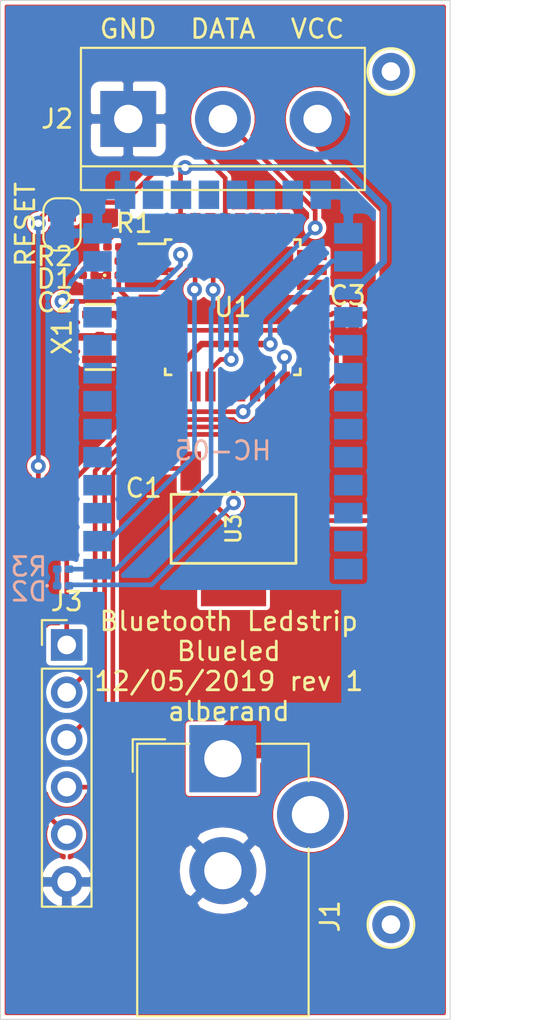
<source format=kicad_pcb>
(kicad_pcb (version 20171130) (host pcbnew 5.1.2)

  (general
    (thickness 1.6)
    (drawings 5)
    (tracks 165)
    (zones 0)
    (modules 18)
    (nets 55)
  )

  (page A4)
  (layers
    (0 F.Cu signal)
    (31 B.Cu signal)
    (32 B.Adhes user)
    (33 F.Adhes user)
    (34 B.Paste user)
    (35 F.Paste user)
    (36 B.SilkS user)
    (37 F.SilkS user)
    (38 B.Mask user)
    (39 F.Mask user)
    (40 Dwgs.User user)
    (41 Cmts.User user)
    (42 Eco1.User user)
    (43 Eco2.User user)
    (44 Edge.Cuts user)
    (45 Margin user)
    (46 B.CrtYd user)
    (47 F.CrtYd user)
    (48 B.Fab user)
    (49 F.Fab user)
  )

  (setup
    (last_trace_width 0.25)
    (user_trace_width 0.35)
    (user_trace_width 1.5)
    (user_trace_width 2.5)
    (trace_clearance 0.15)
    (zone_clearance 0.2)
    (zone_45_only no)
    (trace_min 0.2)
    (via_size 0.8)
    (via_drill 0.4)
    (via_min_size 0.4)
    (via_min_drill 0.3)
    (uvia_size 0.3)
    (uvia_drill 0.1)
    (uvias_allowed no)
    (uvia_min_size 0.2)
    (uvia_min_drill 0.1)
    (edge_width 0.05)
    (segment_width 0.2)
    (pcb_text_width 0.3)
    (pcb_text_size 1.5 1.5)
    (mod_edge_width 0.12)
    (mod_text_size 1 1)
    (mod_text_width 0.15)
    (pad_size 3.6 3.6)
    (pad_drill 2)
    (pad_to_mask_clearance 0.051)
    (solder_mask_min_width 0.25)
    (aux_axis_origin 0 0)
    (visible_elements FFFFFF7F)
    (pcbplotparams
      (layerselection 0x010fc_ffffffff)
      (usegerberextensions false)
      (usegerberattributes false)
      (usegerberadvancedattributes false)
      (creategerberjobfile false)
      (excludeedgelayer true)
      (linewidth 0.100000)
      (plotframeref false)
      (viasonmask false)
      (mode 1)
      (useauxorigin false)
      (hpglpennumber 1)
      (hpglpenspeed 20)
      (hpglpendiameter 15.000000)
      (psnegative false)
      (psa4output false)
      (plotreference true)
      (plotvalue true)
      (plotinvisibletext false)
      (padsonsilk false)
      (subtractmaskfromsilk false)
      (outputformat 1)
      (mirror false)
      (drillshape 1)
      (scaleselection 1)
      (outputdirectory ""))
  )

  (net 0 "")
  (net 1 +3V3)
  (net 2 "Net-(C3-Pad1)")
  (net 3 "Net-(D1-Pad2)")
  (net 4 DATA)
  (net 5 "Net-(U1-Pad7)")
  (net 6 "Net-(U1-Pad8)")
  (net 7 "Net-(U1-Pad10)")
  (net 8 "Net-(U1-Pad12)")
  (net 9 "Net-(U1-Pad13)")
  (net 10 "Net-(U1-Pad14)")
  (net 11 "Net-(U1-Pad19)")
  (net 12 "Net-(U1-Pad22)")
  (net 13 "Net-(U1-Pad23)")
  (net 14 "Net-(U1-Pad24)")
  (net 15 "Net-(U1-Pad25)")
  (net 16 "Net-(U1-Pad26)")
  (net 17 "Net-(U1-Pad27)")
  (net 18 "Net-(U1-Pad28)")
  (net 19 RX)
  (net 20 TX)
  (net 21 HC-RESET)
  (net 22 "Net-(U2-Pad20)")
  (net 23 "Net-(U2-Pad19)")
  (net 24 "Net-(U2-Pad18)")
  (net 25 "Net-(U2-Pad17)")
  (net 26 "Net-(U2-Pad16)")
  (net 27 "Net-(U2-Pad15)")
  (net 28 "Net-(U2-Pad30)")
  (net 29 "Net-(U2-Pad25)")
  (net 30 "Net-(U2-Pad26)")
  (net 31 "Net-(U2-Pad31)")
  (net 32 "Net-(U2-Pad28)")
  (net 33 "Net-(U2-Pad27)")
  (net 34 "Net-(U2-Pad33)")
  (net 35 "Net-(U2-Pad32)")
  (net 36 "Net-(U2-Pad29)")
  (net 37 "Net-(U2-Pad9)")
  (net 38 "Net-(U2-Pad10)")
  (net 39 "Net-(U2-Pad7)")
  (net 40 "Net-(U2-Pad8)")
  (net 41 "Net-(U2-Pad5)")
  (net 42 "Net-(U2-Pad6)")
  (net 43 "Net-(U2-Pad3)")
  (net 44 "Net-(U2-Pad4)")
  (net 45 GND)
  (net 46 VIN)
  (net 47 "Net-(D2-Pad1)")
  (net 48 MOSI)
  (net 49 RESET)
  (net 50 SCK)
  (net 51 MISO)
  (net 52 HC-STATE)
  (net 53 HC-DISCNCT)
  (net 54 HC-ATMODE)

  (net_class Default "This is the default net class."
    (clearance 0.15)
    (trace_width 0.25)
    (via_dia 0.8)
    (via_drill 0.4)
    (uvia_dia 0.3)
    (uvia_drill 0.1)
    (add_net +3V3)
    (add_net DATA)
    (add_net GND)
    (add_net HC-ATMODE)
    (add_net HC-DISCNCT)
    (add_net HC-RESET)
    (add_net HC-STATE)
    (add_net MISO)
    (add_net MOSI)
    (add_net "Net-(C3-Pad1)")
    (add_net "Net-(D1-Pad2)")
    (add_net "Net-(D2-Pad1)")
    (add_net "Net-(U1-Pad10)")
    (add_net "Net-(U1-Pad12)")
    (add_net "Net-(U1-Pad13)")
    (add_net "Net-(U1-Pad14)")
    (add_net "Net-(U1-Pad19)")
    (add_net "Net-(U1-Pad22)")
    (add_net "Net-(U1-Pad23)")
    (add_net "Net-(U1-Pad24)")
    (add_net "Net-(U1-Pad25)")
    (add_net "Net-(U1-Pad26)")
    (add_net "Net-(U1-Pad27)")
    (add_net "Net-(U1-Pad28)")
    (add_net "Net-(U1-Pad7)")
    (add_net "Net-(U1-Pad8)")
    (add_net "Net-(U2-Pad10)")
    (add_net "Net-(U2-Pad15)")
    (add_net "Net-(U2-Pad16)")
    (add_net "Net-(U2-Pad17)")
    (add_net "Net-(U2-Pad18)")
    (add_net "Net-(U2-Pad19)")
    (add_net "Net-(U2-Pad20)")
    (add_net "Net-(U2-Pad25)")
    (add_net "Net-(U2-Pad26)")
    (add_net "Net-(U2-Pad27)")
    (add_net "Net-(U2-Pad28)")
    (add_net "Net-(U2-Pad29)")
    (add_net "Net-(U2-Pad3)")
    (add_net "Net-(U2-Pad30)")
    (add_net "Net-(U2-Pad31)")
    (add_net "Net-(U2-Pad32)")
    (add_net "Net-(U2-Pad33)")
    (add_net "Net-(U2-Pad4)")
    (add_net "Net-(U2-Pad5)")
    (add_net "Net-(U2-Pad6)")
    (add_net "Net-(U2-Pad7)")
    (add_net "Net-(U2-Pad8)")
    (add_net "Net-(U2-Pad9)")
    (add_net RESET)
    (add_net RX)
    (add_net SCK)
    (add_net TX)
    (add_net VIN)
  )

  (module Connector_Pin:Pin_D1.0mm_L10.0mm (layer F.Cu) (tedit 5A1DC084) (tstamp 5D0A93FB)
    (at 161.925 101.6)
    (descr "solder Pin_ diameter 1.0mm, hole diameter 1.0mm (press fit), length 10.0mm")
    (tags "solder Pin_ press fit")
    (fp_text reference "Debug Handler" (at 0 2.25) (layer F.SilkS) hide
      (effects (font (size 1 1) (thickness 0.15)))
    )
    (fp_text value Pin_D1.0mm_L10.0mm (at 0 -2.05) (layer F.Fab)
      (effects (font (size 1 1) (thickness 0.15)))
    )
    (fp_text user %R (at 0 2.25) (layer F.Fab)
      (effects (font (size 1 1) (thickness 0.15)))
    )
    (fp_circle (center 0 0) (end 1.5 0) (layer F.CrtYd) (width 0.05))
    (fp_circle (center 0 0) (end 0.5 0) (layer F.Fab) (width 0.12))
    (fp_circle (center 0 0) (end 1 0) (layer F.Fab) (width 0.12))
    (fp_circle (center 0 0) (end 1.25 0.05) (layer F.SilkS) (width 0.12))
    (pad 1 thru_hole circle (at 0 0) (size 2 2) (drill 1) (layers *.Cu *.Mask))
    (model ${KISYS3DMOD}/Connector_Pin.3dshapes/Pin_D1.0mm_L10.0mm.wrl
      (at (xyz 0 0 0))
      (scale (xyz 1 1 1))
      (rotate (xyz 0 0 0))
    )
  )

  (module Connector_Pin:Pin_D1.0mm_L10.0mm (layer F.Cu) (tedit 5A1DC084) (tstamp 5D0A93DB)
    (at 161.925 147.32)
    (descr "solder Pin_ diameter 1.0mm, hole diameter 1.0mm (press fit), length 10.0mm")
    (tags "solder Pin_ press fit")
    (fp_text reference REF** (at 0 2.25) (layer F.SilkS) hide
      (effects (font (size 1 1) (thickness 0.15)))
    )
    (fp_text value Pin_D1.0mm_L10.0mm (at 0 -2.05) (layer F.Fab)
      (effects (font (size 1 1) (thickness 0.15)))
    )
    (fp_circle (center 0 0) (end 1.25 0.05) (layer F.SilkS) (width 0.12))
    (fp_circle (center 0 0) (end 1 0) (layer F.Fab) (width 0.12))
    (fp_circle (center 0 0) (end 0.5 0) (layer F.Fab) (width 0.12))
    (fp_circle (center 0 0) (end 1.5 0) (layer F.CrtYd) (width 0.05))
    (fp_text user %R (at 0 2.25) (layer F.Fab)
      (effects (font (size 1 1) (thickness 0.15)))
    )
    (pad 1 thru_hole circle (at 0 0) (size 2 2) (drill 1) (layers *.Cu *.Mask))
    (model ${KISYS3DMOD}/Connector_Pin.3dshapes/Pin_D1.0mm_L10.0mm.wrl
      (at (xyz 0 0 0))
      (scale (xyz 1 1 1))
      (rotate (xyz 0 0 0))
    )
  )

  (module Connector_BarrelJack:BarrelJack_CUI_PJ-102AH_Horizontal (layer F.Cu) (tedit 5CD80382) (tstamp 5CD8C2A6)
    (at 152.908 138.43)
    (descr "Thin-pin DC Barrel Jack, https://cdn-shop.adafruit.com/datasheets/21mmdcjackDatasheet.pdf")
    (tags "Power Jack")
    (path /5CDBC439)
    (fp_text reference J1 (at 5.75 8.45 90) (layer F.SilkS)
      (effects (font (size 1 1) (thickness 0.15)))
    )
    (fp_text value Barrel_Jack (at -5.5 6.2 90) (layer F.Fab)
      (effects (font (size 1 1) (thickness 0.15)))
    )
    (fp_line (start -4.5 10.2) (end 4.5 10.2) (layer F.Fab) (width 0.1))
    (fp_line (start -3.5 -0.7) (end 4.5 -0.7) (layer F.Fab) (width 0.1))
    (fp_line (start -4.5 0.3) (end -3.5 -0.7) (layer F.Fab) (width 0.1))
    (fp_line (start -4.5 13.7) (end -4.5 0.3) (layer F.Fab) (width 0.1))
    (fp_line (start 4.5 13.7) (end -4.5 13.7) (layer F.Fab) (width 0.1))
    (fp_line (start 4.5 -0.7) (end 4.5 13.7) (layer F.Fab) (width 0.1))
    (fp_line (start -4.84 -1.04) (end -3.1 -1.04) (layer F.SilkS) (width 0.12))
    (fp_line (start -4.84 0.7) (end -4.84 -1.04) (layer F.SilkS) (width 0.12))
    (fp_line (start 4.6 -0.8) (end 4.6 1.2) (layer F.SilkS) (width 0.12))
    (fp_line (start 1.8 -0.8) (end 4.6 -0.8) (layer F.SilkS) (width 0.12))
    (fp_line (start -4.6 -0.8) (end -1.8 -0.8) (layer F.SilkS) (width 0.12))
    (fp_line (start -4.6 13.8) (end -4.6 -0.8) (layer F.SilkS) (width 0.12))
    (fp_line (start 4.6 13.8) (end -4.6 13.8) (layer F.SilkS) (width 0.12))
    (fp_line (start 4.6 4.8) (end 4.6 13.8) (layer F.SilkS) (width 0.12))
    (fp_line (start -1.8 -1.8) (end 1.8 -1.8) (layer F.CrtYd) (width 0.05))
    (fp_line (start -1.8 -1.2) (end -1.8 -1.8) (layer F.CrtYd) (width 0.05))
    (fp_line (start -5 -1.2) (end -1.8 -1.2) (layer F.CrtYd) (width 0.05))
    (fp_line (start -5 14.2) (end -5 -1.2) (layer F.CrtYd) (width 0.05))
    (fp_line (start 5 14.2) (end -5 14.2) (layer F.CrtYd) (width 0.05))
    (fp_line (start 5 4.8) (end 5 14.2) (layer F.CrtYd) (width 0.05))
    (fp_line (start 6.5 4.8) (end 5 4.8) (layer F.CrtYd) (width 0.05))
    (fp_line (start 6.5 1.2) (end 6.5 4.8) (layer F.CrtYd) (width 0.05))
    (fp_line (start 5 1.2) (end 6.5 1.2) (layer F.CrtYd) (width 0.05))
    (fp_line (start 5 -1.2) (end 5 1.2) (layer F.CrtYd) (width 0.05))
    (fp_line (start 1.8 -1.2) (end 5 -1.2) (layer F.CrtYd) (width 0.05))
    (fp_line (start 1.8 -1.8) (end 1.8 -1.2) (layer F.CrtYd) (width 0.05))
    (fp_text user %R (at 0 6.5) (layer F.Fab)
      (effects (font (size 1 1) (thickness 0.15)))
    )
    (pad 3 thru_hole circle (at 4.7 3) (size 3.6 3.6) (drill 2) (layers *.Cu *.Mask))
    (pad 2 thru_hole circle (at 0 6) (size 3.6 3.6) (drill 2) (layers *.Cu *.Mask)
      (net 45 GND))
    (pad 1 thru_hole rect (at 0 0) (size 3.6 3.6) (drill 2) (layers *.Cu *.Mask)
      (net 46 VIN))
    (model ${KISYS3DMOD}/Connector_BarrelJack.3dshapes/BarrelJack_CUI_PJ-102AH_Horizontal.wrl
      (at (xyz 0 0 0))
      (scale (xyz 1 1 1))
      (rotate (xyz 0 0 0))
    )
  )

  (module Resistor_SMD:R_0201_0603Metric (layer B.Cu) (tedit 5D093644) (tstamp 5D0932C0)
    (at 144.333 128.27)
    (descr "Resistor SMD 0201 (0603 Metric), square (rectangular) end terminal, IPC_7351 nominal, (Body size source: https://www.vishay.com/docs/20052/crcw0201e3.pdf), generated with kicad-footprint-generator")
    (tags resistor)
    (path /5D089425)
    (attr smd)
    (fp_text reference R3 (at -1.839 -0.127) (layer B.SilkS)
      (effects (font (size 1 1) (thickness 0.15)) (justify mirror))
    )
    (fp_text value 1k (at 0 -1.016) (layer B.Fab) hide
      (effects (font (size 1 1) (thickness 0.15)) (justify mirror))
    )
    (fp_text user %R (at 0 0.68) (layer B.Fab)
      (effects (font (size 0.25 0.25) (thickness 0.04)) (justify mirror))
    )
    (fp_line (start 0.7 -0.35) (end -0.7 -0.35) (layer B.CrtYd) (width 0.05))
    (fp_line (start 0.7 0.35) (end 0.7 -0.35) (layer B.CrtYd) (width 0.05))
    (fp_line (start -0.7 0.35) (end 0.7 0.35) (layer B.CrtYd) (width 0.05))
    (fp_line (start -0.7 -0.35) (end -0.7 0.35) (layer B.CrtYd) (width 0.05))
    (fp_line (start 0.3 -0.15) (end -0.3 -0.15) (layer B.Fab) (width 0.1))
    (fp_line (start 0.3 0.15) (end 0.3 -0.15) (layer B.Fab) (width 0.1))
    (fp_line (start -0.3 0.15) (end 0.3 0.15) (layer B.Fab) (width 0.1))
    (fp_line (start -0.3 -0.15) (end -0.3 0.15) (layer B.Fab) (width 0.1))
    (pad 2 smd roundrect (at 0.32 0) (size 0.46 0.4) (layers B.Cu B.Mask) (roundrect_rratio 0.25)
      (net 19 RX))
    (pad 1 smd roundrect (at -0.32 0) (size 0.46 0.4) (layers B.Cu B.Mask) (roundrect_rratio 0.25)
      (net 47 "Net-(D2-Pad1)"))
    (pad "" smd roundrect (at 0.345 0) (size 0.318 0.36) (layers B.Paste) (roundrect_rratio 0.25))
    (pad "" smd roundrect (at -0.345 0) (size 0.318 0.36) (layers B.Paste) (roundrect_rratio 0.25))
    (model ${KISYS3DMOD}/Resistor_SMD.3dshapes/R_0201_0603Metric.wrl
      (at (xyz 0 0 0))
      (scale (xyz 1 1 1))
      (rotate (xyz 0 0 0))
    )
  )

  (module Connector_PinHeader_2.54mm:PinHeader_1x06_P2.54mm_Vertical (layer F.Cu) (tedit 5D092F0B) (tstamp 5D09326F)
    (at 144.526 132.334)
    (descr "Through hole straight pin header, 1x06, 2.54mm pitch, single row")
    (tags "Through hole pin header THT 1x06 2.54mm single row")
    (path /5D06C568)
    (fp_text reference J3 (at 0 -2.33) (layer F.SilkS)
      (effects (font (size 1 1) (thickness 0.15)))
    )
    (fp_text value ICSP (at 0 15.03) (layer F.Fab)
      (effects (font (size 1 1) (thickness 0.15)))
    )
    (fp_text user %R (at 0 6.35 90) (layer F.Fab)
      (effects (font (size 1 1) (thickness 0.15)))
    )
    (fp_line (start 1.8 -1.8) (end -1.8 -1.8) (layer F.CrtYd) (width 0.05))
    (fp_line (start 1.8 14.5) (end 1.8 -1.8) (layer F.CrtYd) (width 0.05))
    (fp_line (start -1.8 14.5) (end 1.8 14.5) (layer F.CrtYd) (width 0.05))
    (fp_line (start -1.8 -1.8) (end -1.8 14.5) (layer F.CrtYd) (width 0.05))
    (fp_line (start -1.33 -1.33) (end 0 -1.33) (layer F.SilkS) (width 0.12))
    (fp_line (start -1.33 0) (end -1.33 -1.33) (layer F.SilkS) (width 0.12))
    (fp_line (start -1.33 1.27) (end 1.33 1.27) (layer F.SilkS) (width 0.12))
    (fp_line (start 1.33 1.27) (end 1.33 14.03) (layer F.SilkS) (width 0.12))
    (fp_line (start -1.33 1.27) (end -1.33 14.03) (layer F.SilkS) (width 0.12))
    (fp_line (start -1.33 14.03) (end 1.33 14.03) (layer F.SilkS) (width 0.12))
    (fp_line (start -1.27 -0.635) (end -0.635 -1.27) (layer F.Fab) (width 0.1))
    (fp_line (start -1.27 13.97) (end -1.27 -0.635) (layer F.Fab) (width 0.1))
    (fp_line (start 1.27 13.97) (end -1.27 13.97) (layer F.Fab) (width 0.1))
    (fp_line (start 1.27 -1.27) (end 1.27 13.97) (layer F.Fab) (width 0.1))
    (fp_line (start -0.635 -1.27) (end 1.27 -1.27) (layer F.Fab) (width 0.1))
    (pad 6 thru_hole oval (at 0 12.7) (size 1.7 1.7) (drill 1) (layers *.Cu *.Mask)
      (net 45 GND))
    (pad 3 thru_hole oval (at 0 10.16) (size 1.7 1.7) (drill 1) (layers *.Cu *.Mask)
      (net 49 RESET))
    (pad 4 thru_hole oval (at 0 7.62) (size 1.7 1.7) (drill 1) (layers *.Cu *.Mask)
      (net 1 +3V3))
    (pad 2 thru_hole oval (at 0 5.08) (size 1.7 1.7) (drill 1) (layers *.Cu *.Mask)
      (net 50 SCK))
    (pad 5 thru_hole oval (at 0 2.54) (size 1.7 1.7) (drill 1) (layers *.Cu *.Mask)
      (net 48 MOSI))
    (pad 1 thru_hole rect (at 0 0) (size 1.7 1.7) (drill 1) (layers *.Cu *.Mask)
      (net 51 MISO))
    (model ${KISYS3DMOD}/Connector_PinHeader_2.54mm.3dshapes/PinHeader_1x06_P2.54mm_Vertical.wrl
      (at (xyz 0 0 0))
      (scale (xyz 1 1 1))
      (rotate (xyz 0 0 0))
    )
  )

  (module LED_SMD:LED_0201_0603Metric (layer B.Cu) (tedit 5B301BBE) (tstamp 5D093196)
    (at 144.333 129.159)
    (descr "LED SMD 0201 (0603 Metric), square (rectangular) end terminal, IPC_7351 nominal, (Body size source: https://www.vishay.com/docs/20052/crcw0201e3.pdf), generated with kicad-footprint-generator")
    (tags LED)
    (path /5D08942B)
    (attr smd)
    (fp_text reference D2 (at -1.839 0.3175) (layer B.SilkS)
      (effects (font (size 1 1) (thickness 0.15)) (justify mirror))
    )
    (fp_text value LED (at 0 -1.05) (layer B.Fab)
      (effects (font (size 1 1) (thickness 0.15)) (justify mirror))
    )
    (fp_text user %R (at 0 0.68) (layer B.Fab)
      (effects (font (size 0.25 0.25) (thickness 0.04)) (justify mirror))
    )
    (fp_line (start 0.7 -0.35) (end -0.7 -0.35) (layer B.CrtYd) (width 0.05))
    (fp_line (start 0.7 0.35) (end 0.7 -0.35) (layer B.CrtYd) (width 0.05))
    (fp_line (start -0.7 0.35) (end 0.7 0.35) (layer B.CrtYd) (width 0.05))
    (fp_line (start -0.7 -0.35) (end -0.7 0.35) (layer B.CrtYd) (width 0.05))
    (fp_line (start -0.1 -0.15) (end -0.1 0.15) (layer B.Fab) (width 0.1))
    (fp_line (start -0.2 -0.15) (end -0.2 0.15) (layer B.Fab) (width 0.1))
    (fp_line (start 0.3 -0.15) (end -0.3 -0.15) (layer B.Fab) (width 0.1))
    (fp_line (start 0.3 0.15) (end 0.3 -0.15) (layer B.Fab) (width 0.1))
    (fp_line (start -0.3 0.15) (end 0.3 0.15) (layer B.Fab) (width 0.1))
    (fp_line (start -0.3 -0.15) (end -0.3 0.15) (layer B.Fab) (width 0.1))
    (fp_circle (center -0.86 0) (end -0.81 0) (layer B.SilkS) (width 0.1))
    (pad 2 smd roundrect (at 0.32 0) (size 0.46 0.4) (layers B.Cu B.Mask) (roundrect_rratio 0.25)
      (net 1 +3V3))
    (pad 1 smd roundrect (at -0.32 0) (size 0.46 0.4) (layers B.Cu B.Mask) (roundrect_rratio 0.25)
      (net 47 "Net-(D2-Pad1)"))
    (pad "" smd roundrect (at 0.345 0) (size 0.318 0.36) (layers B.Paste) (roundrect_rratio 0.25))
    (pad "" smd roundrect (at -0.345 0) (size 0.318 0.36) (layers B.Paste) (roundrect_rratio 0.25))
    (model ${KISYS3DMOD}/LED_SMD.3dshapes/LED_0201_0603Metric.wrl
      (at (xyz 0 0 0))
      (scale (xyz 1 1 1))
      (rotate (xyz 0 0 0))
    )
  )

  (module TerminalBlock:TerminalBlock_bornier-3_P5.08mm (layer F.Cu) (tedit 5CD80266) (tstamp 5CD87AB8)
    (at 147.828 104.14)
    (descr "simple 3-pin terminal block, pitch 5.08mm, revamped version of bornier3")
    (tags "terminal block bornier3")
    (path /5CC5BA14)
    (fp_text reference J2 (at -3.81 0) (layer F.SilkS)
      (effects (font (size 1 1) (thickness 0.15)))
    )
    (fp_text value Screw_Terminal_01x03 (at 5.08 5.08) (layer F.Fab)
      (effects (font (size 1 1) (thickness 0.15)))
    )
    (fp_text user %R (at 5.08 0) (layer F.Fab)
      (effects (font (size 1 1) (thickness 0.15)))
    )
    (fp_line (start -2.47 2.55) (end 12.63 2.55) (layer F.Fab) (width 0.1))
    (fp_line (start -2.47 -3.75) (end 12.63 -3.75) (layer F.Fab) (width 0.1))
    (fp_line (start 12.63 -3.75) (end 12.63 3.75) (layer F.Fab) (width 0.1))
    (fp_line (start 12.63 3.75) (end -2.47 3.75) (layer F.Fab) (width 0.1))
    (fp_line (start -2.47 3.75) (end -2.47 -3.75) (layer F.Fab) (width 0.1))
    (fp_line (start -2.54 3.81) (end -2.54 -3.81) (layer F.SilkS) (width 0.12))
    (fp_line (start 12.7 3.81) (end 12.7 -3.81) (layer F.SilkS) (width 0.12))
    (fp_line (start -2.54 2.54) (end 12.7 2.54) (layer F.SilkS) (width 0.12))
    (fp_line (start -2.54 -3.81) (end 12.7 -3.81) (layer F.SilkS) (width 0.12))
    (fp_line (start -2.54 3.81) (end 12.7 3.81) (layer F.SilkS) (width 0.12))
    (fp_line (start -2.72 -4) (end 12.88 -4) (layer F.CrtYd) (width 0.05))
    (fp_line (start -2.72 -4) (end -2.72 4) (layer F.CrtYd) (width 0.05))
    (fp_line (start 12.88 4) (end 12.88 -4) (layer F.CrtYd) (width 0.05))
    (fp_line (start 12.88 4) (end -2.72 4) (layer F.CrtYd) (width 0.05))
    (fp_text user GND (at 0 -4.826) (layer F.SilkS)
      (effects (font (size 1 1) (thickness 0.15)))
    )
    (fp_text user DATA (at 5.08 -4.826) (layer F.SilkS)
      (effects (font (size 1 1) (thickness 0.15)))
    )
    (fp_text user VCC (at 10.16 -4.826) (layer F.SilkS)
      (effects (font (size 1 1) (thickness 0.15)))
    )
    (pad 1 thru_hole rect (at 0 0) (size 3 3) (drill 1.52) (layers *.Cu *.Mask)
      (net 45 GND))
    (pad 2 thru_hole circle (at 5.08 0) (size 3 3) (drill 1.52) (layers *.Cu *.Mask)
      (net 4 DATA))
    (pad 3 thru_hole circle (at 10.16 0) (size 3 3) (drill 1.52) (layers *.Cu *.Mask)
      (net 46 VIN))
    (model ${KISYS3DMOD}/TerminalBlock.3dshapes/TerminalBlock_bornier-3_P5.08mm.wrl
      (offset (xyz 5.079999923706055 0 0))
      (scale (xyz 1 1 1))
      (rotate (xyz 0 0 0))
    )
  )

  (module Package_QFP:TQFP-32_7x7mm_P0.8mm (layer F.Cu) (tedit 5CD7FC2C) (tstamp 5CD87B11)
    (at 153.4348 114.232)
    (descr "32-Lead Plastic Thin Quad Flatpack (PT) - 7x7x1.0 mm Body, 2.00 mm [TQFP] (see Microchip Packaging Specification 00000049BS.pdf)")
    (tags "QFP 0.8")
    (path /5CAE668A)
    (attr smd)
    (fp_text reference U1 (at 0 0) (layer F.SilkS)
      (effects (font (size 1 1) (thickness 0.15)))
    )
    (fp_text value ATmega328P-AU (at 0 6.05) (layer F.Fab)
      (effects (font (size 1 1) (thickness 0.15)))
    )
    (fp_line (start -3.625 -3.4) (end -5.05 -3.4) (layer F.SilkS) (width 0.15))
    (fp_line (start 3.625 -3.625) (end 3.3 -3.625) (layer F.SilkS) (width 0.15))
    (fp_line (start 3.625 3.625) (end 3.3 3.625) (layer F.SilkS) (width 0.15))
    (fp_line (start -3.625 3.625) (end -3.3 3.625) (layer F.SilkS) (width 0.15))
    (fp_line (start -3.625 -3.625) (end -3.3 -3.625) (layer F.SilkS) (width 0.15))
    (fp_line (start -3.625 3.625) (end -3.625 3.3) (layer F.SilkS) (width 0.15))
    (fp_line (start 3.625 3.625) (end 3.625 3.3) (layer F.SilkS) (width 0.15))
    (fp_line (start 3.625 -3.625) (end 3.625 -3.3) (layer F.SilkS) (width 0.15))
    (fp_line (start -3.625 -3.625) (end -3.625 -3.4) (layer F.SilkS) (width 0.15))
    (fp_line (start -5.3 5.3) (end 5.3 5.3) (layer F.CrtYd) (width 0.05))
    (fp_line (start -5.3 -5.3) (end 5.3 -5.3) (layer F.CrtYd) (width 0.05))
    (fp_line (start 5.3 -5.3) (end 5.3 5.3) (layer F.CrtYd) (width 0.05))
    (fp_line (start -5.3 -5.3) (end -5.3 5.3) (layer F.CrtYd) (width 0.05))
    (fp_line (start -3.5 -2.5) (end -2.5 -3.5) (layer F.Fab) (width 0.15))
    (fp_line (start -3.5 3.5) (end -3.5 -2.5) (layer F.Fab) (width 0.15))
    (fp_line (start 3.5 3.5) (end -3.5 3.5) (layer F.Fab) (width 0.15))
    (fp_line (start 3.5 -3.5) (end 3.5 3.5) (layer F.Fab) (width 0.15))
    (fp_line (start -2.5 -3.5) (end 3.5 -3.5) (layer F.Fab) (width 0.15))
    (fp_text user %R (at 0 0) (layer F.Fab)
      (effects (font (size 1 1) (thickness 0.15)))
    )
    (pad 32 smd rect (at -2.8 -4.25 90) (size 1.6 0.55) (layers F.Cu F.Paste F.Mask)
      (net 52 HC-STATE))
    (pad 31 smd rect (at -2 -4.25 90) (size 1.6 0.55) (layers F.Cu F.Paste F.Mask)
      (net 20 TX))
    (pad 30 smd rect (at -1.2 -4.25 90) (size 1.6 0.55) (layers F.Cu F.Paste F.Mask)
      (net 19 RX))
    (pad 29 smd rect (at -0.4 -4.25 90) (size 1.6 0.55) (layers F.Cu F.Paste F.Mask)
      (net 49 RESET))
    (pad 28 smd rect (at 0.4 -4.25 90) (size 1.6 0.55) (layers F.Cu F.Paste F.Mask)
      (net 18 "Net-(U1-Pad28)"))
    (pad 27 smd rect (at 1.2 -4.25 90) (size 1.6 0.55) (layers F.Cu F.Paste F.Mask)
      (net 17 "Net-(U1-Pad27)"))
    (pad 26 smd rect (at 2 -4.25 90) (size 1.6 0.55) (layers F.Cu F.Paste F.Mask)
      (net 16 "Net-(U1-Pad26)"))
    (pad 25 smd rect (at 2.8 -4.25 90) (size 1.6 0.55) (layers F.Cu F.Paste F.Mask)
      (net 15 "Net-(U1-Pad25)"))
    (pad 24 smd rect (at 4.25 -2.8) (size 1.6 0.55) (layers F.Cu F.Paste F.Mask)
      (net 14 "Net-(U1-Pad24)"))
    (pad 23 smd rect (at 4.25 -2) (size 1.6 0.55) (layers F.Cu F.Paste F.Mask)
      (net 13 "Net-(U1-Pad23)"))
    (pad 22 smd rect (at 4.25 -1.2) (size 1.6 0.55) (layers F.Cu F.Paste F.Mask)
      (net 12 "Net-(U1-Pad22)"))
    (pad 21 smd rect (at 4.25 -0.4) (size 1.6 0.55) (layers F.Cu F.Paste F.Mask)
      (net 45 GND))
    (pad 20 smd rect (at 4.25 0.4) (size 1.6 0.55) (layers F.Cu F.Paste F.Mask)
      (net 2 "Net-(C3-Pad1)"))
    (pad 19 smd rect (at 4.25 1.2) (size 1.6 0.55) (layers F.Cu F.Paste F.Mask)
      (net 11 "Net-(U1-Pad19)"))
    (pad 18 smd rect (at 4.25 2) (size 1.6 0.55) (layers F.Cu F.Paste F.Mask)
      (net 1 +3V3))
    (pad 17 smd rect (at 4.25 2.8) (size 1.6 0.55) (layers F.Cu F.Paste F.Mask)
      (net 50 SCK))
    (pad 16 smd rect (at 2.8 4.25 90) (size 1.6 0.55) (layers F.Cu F.Paste F.Mask)
      (net 51 MISO))
    (pad 15 smd rect (at 2 4.25 90) (size 1.6 0.55) (layers F.Cu F.Paste F.Mask)
      (net 48 MOSI))
    (pad 14 smd rect (at 1.2 4.25 90) (size 1.6 0.55) (layers F.Cu F.Paste F.Mask)
      (net 10 "Net-(U1-Pad14)"))
    (pad 13 smd rect (at 0.4 4.25 90) (size 1.6 0.55) (layers F.Cu F.Paste F.Mask)
      (net 9 "Net-(U1-Pad13)"))
    (pad 12 smd rect (at -0.4 4.25 90) (size 1.6 0.55) (layers F.Cu F.Paste F.Mask)
      (net 8 "Net-(U1-Pad12)"))
    (pad 11 smd rect (at -1.2 4.25 90) (size 1.6 0.55) (layers F.Cu F.Paste F.Mask)
      (net 4 DATA))
    (pad 10 smd rect (at -2 4.25 90) (size 1.6 0.55) (layers F.Cu F.Paste F.Mask)
      (net 7 "Net-(U1-Pad10)"))
    (pad 9 smd rect (at -2.8 4.25 90) (size 1.6 0.55) (layers F.Cu F.Paste F.Mask)
      (net 53 HC-DISCNCT))
    (pad 8 smd rect (at -4.25 2.8) (size 1.6 0.55) (layers F.Cu F.Paste F.Mask)
      (net 6 "Net-(U1-Pad8)"))
    (pad 7 smd rect (at -4.25 2) (size 1.6 0.55) (layers F.Cu F.Paste F.Mask)
      (net 5 "Net-(U1-Pad7)"))
    (pad 6 smd rect (at -4.25 1.2) (size 1.6 0.55) (layers F.Cu F.Paste F.Mask)
      (net 1 +3V3))
    (pad 5 smd rect (at -4.25 0.4) (size 1.6 0.55) (layers F.Cu F.Paste F.Mask)
      (net 45 GND))
    (pad 4 smd rect (at -4.25 -0.4) (size 1.6 0.55) (layers F.Cu F.Paste F.Mask)
      (net 1 +3V3))
    (pad 3 smd rect (at -4.25 -1.2) (size 1.6 0.55) (layers F.Cu F.Paste F.Mask)
      (net 45 GND))
    (pad 2 smd rect (at -4.25 -2) (size 1.6 0.55) (layers F.Cu F.Paste F.Mask)
      (net 21 HC-RESET))
    (pad 1 smd rect (at -4.25 -2.8) (size 1.6 0.55) (layers F.Cu F.Paste F.Mask)
      (net 54 HC-ATMODE))
    (model ${KISYS3DMOD}/Package_QFP.3dshapes/TQFP-32_7x7mm_P0.8mm.wrl
      (at (xyz 0 0 0))
      (scale (xyz 1 1 1))
      (rotate (xyz 0 0 0))
    )
  )

  (module manuf:MURATA_CSTCE (layer F.Cu) (tedit 5CD7FBE7) (tstamp 5CD87B5E)
    (at 146.304 115.824 90)
    (path /5CBDC71D)
    (fp_text reference X1 (at 0 -2.032 90) (layer F.SilkS)
      (effects (font (size 1 1) (thickness 0.15)))
    )
    (fp_text value RESON-MURATA-CSTCE (at 0 0 90) (layer F.Fab)
      (effects (font (size 0.5 0.5) (thickness 0.1)))
    )
    (fp_line (start -1.75 -0.75) (end -1.75 0.75) (layer F.SilkS) (width 0.15))
    (fp_line (start 1.75 -0.75) (end 1.75 0.75) (layer F.SilkS) (width 0.15))
    (fp_line (start -1.75 -1.25) (end -1.75 1.25) (layer F.CrtYd) (width 0.05))
    (fp_line (start -1.75 1.25) (end 1.75 1.25) (layer F.CrtYd) (width 0.05))
    (fp_line (start 1.75 1.25) (end 1.75 -1.25) (layer F.CrtYd) (width 0.05))
    (fp_line (start 1.75 -1.25) (end -1.75 -1.25) (layer F.CrtYd) (width 0.05))
    (pad 2 smd rect (at 0 0 90) (size 0.4 1.9) (layers F.Cu F.Paste F.Mask)
      (net 45 GND))
    (pad 3 smd rect (at 1.2 0 90) (size 0.4 1.9) (layers F.Cu F.Paste F.Mask)
      (net 5 "Net-(U1-Pad7)"))
    (pad 1 smd rect (at -1.2 0 90) (size 0.4 1.9) (layers F.Cu F.Paste F.Mask)
      (net 6 "Net-(U1-Pad8)"))
    (model crystals.3dshapes/MURATA_CSTCE.step
      (at (xyz 0 0 0))
      (scale (xyz 1 1 1))
      (rotate (xyz 0 0 0))
    )
  )

  (module Resistor_SMD:R_0201_0603Metric (layer F.Cu) (tedit 5CD7FBD5) (tstamp 5CD8FAD4)
    (at 147 111.76 180)
    (descr "Resistor SMD 0201 (0603 Metric), square (rectangular) end terminal, IPC_7351 nominal, (Body size source: https://www.vishay.com/docs/20052/crcw0201e3.pdf), generated with kicad-footprint-generator")
    (tags resistor)
    (path /5CBF3B20)
    (attr smd)
    (fp_text reference R2 (at 3.109 0.254) (layer F.SilkS)
      (effects (font (size 1 1) (thickness 0.15)))
    )
    (fp_text value 1k (at 0 1.05) (layer F.Fab)
      (effects (font (size 1 1) (thickness 0.15)))
    )
    (fp_text user %R (at 0 -0.68) (layer F.Fab)
      (effects (font (size 0.25 0.25) (thickness 0.04)))
    )
    (fp_line (start 0.7 0.35) (end -0.7 0.35) (layer F.CrtYd) (width 0.05))
    (fp_line (start 0.7 -0.35) (end 0.7 0.35) (layer F.CrtYd) (width 0.05))
    (fp_line (start -0.7 -0.35) (end 0.7 -0.35) (layer F.CrtYd) (width 0.05))
    (fp_line (start -0.7 0.35) (end -0.7 -0.35) (layer F.CrtYd) (width 0.05))
    (fp_line (start 0.3 0.15) (end -0.3 0.15) (layer F.Fab) (width 0.1))
    (fp_line (start 0.3 -0.15) (end 0.3 0.15) (layer F.Fab) (width 0.1))
    (fp_line (start -0.3 -0.15) (end 0.3 -0.15) (layer F.Fab) (width 0.1))
    (fp_line (start -0.3 0.15) (end -0.3 -0.15) (layer F.Fab) (width 0.1))
    (pad 2 smd roundrect (at 0.32 0 180) (size 0.46 0.4) (layers F.Cu F.Mask) (roundrect_rratio 0.25)
      (net 3 "Net-(D1-Pad2)"))
    (pad 1 smd roundrect (at -0.32 0 180) (size 0.46 0.4) (layers F.Cu F.Mask) (roundrect_rratio 0.25)
      (net 1 +3V3))
    (pad "" smd roundrect (at 0.345 0 180) (size 0.318 0.36) (layers F.Paste) (roundrect_rratio 0.25))
    (pad "" smd roundrect (at -0.345 0 180) (size 0.318 0.36) (layers F.Paste) (roundrect_rratio 0.25))
    (model ${KISYS3DMOD}/Resistor_SMD.3dshapes/R_0201_0603Metric.wrl
      (at (xyz 0 0 0))
      (scale (xyz 1 1 1))
      (rotate (xyz 0 0 0))
    )
  )

  (module hc-05:HC-05 (layer B.Cu) (tedit 5CD7FB88) (tstamp 5CD87B3D)
    (at 152.908 121.92)
    (descr "Cheap bluetooth module popular in the Arudino community")
    (tags "hc-05, bluetooth")
    (path /5CB7CCE4)
    (attr smd)
    (fp_text reference HC-05 (at 0 0) (layer B.SilkS)
      (effects (font (size 1 1) (thickness 0.15)) (justify mirror))
    )
    (fp_text value HC-05 (at 0 15.24) (layer B.Fab)
      (effects (font (size 1 1) (thickness 0.15)) (justify mirror))
    )
    (fp_text user "NO COPPER" (at 0 10.16) (layer Eco1.User)
      (effects (font (size 1 1) (thickness 0.15)))
    )
    (fp_line (start 6.35 7.5) (end -6.35 7.5) (layer Eco1.User) (width 0.15))
    (fp_line (start -6.35 -13.5) (end 6.35 -13.5) (layer Eco1.User) (width 0.15))
    (fp_line (start -6.35 -13.5) (end -6.35 13.5) (layer Eco1.User) (width 0.15))
    (fp_line (start 6.35 13.5) (end 6.35 -13.5) (layer Eco1.User) (width 0.15))
    (fp_line (start -6.35 13.5) (end 6.35 13.5) (layer Eco1.User) (width 0.15))
    (pad 21 smd rect (at 5.25 -13.716 270) (size 1.524 1.1) (layers B.Cu B.Paste B.Mask)
      (net 45 GND))
    (pad 20 smd rect (at 3.75 -13.716 270) (size 1.524 1.1) (layers B.Cu B.Paste B.Mask)
      (net 22 "Net-(U2-Pad20)"))
    (pad 19 smd rect (at 2.25 -13.716 270) (size 1.524 1.1) (layers B.Cu B.Paste B.Mask)
      (net 23 "Net-(U2-Pad19)"))
    (pad 18 smd rect (at 0.75 -13.716 270) (size 1.524 1.1) (layers B.Cu B.Paste B.Mask)
      (net 24 "Net-(U2-Pad18)"))
    (pad 17 smd rect (at -0.75 -13.716 270) (size 1.524 1.1) (layers B.Cu B.Paste B.Mask)
      (net 25 "Net-(U2-Pad17)"))
    (pad 16 smd rect (at -2.25 -13.716 270) (size 1.524 1.1) (layers B.Cu B.Paste B.Mask)
      (net 26 "Net-(U2-Pad16)"))
    (pad 15 smd rect (at -3.75 -13.716 270) (size 1.524 1.1) (layers B.Cu B.Paste B.Mask)
      (net 27 "Net-(U2-Pad15)"))
    (pad 14 smd rect (at -5.25 -13.716 270) (size 1.524 1.1) (layers B.Cu B.Paste B.Mask)
      (net 45 GND))
    (pad 30 smd rect (at 6.731 0.35) (size 1.524 1.1) (layers B.Cu B.Paste B.Mask)
      (net 28 "Net-(U2-Pad30)"))
    (pad 25 smd rect (at 6.731 -7.15) (size 1.524 1.1) (layers B.Cu B.Paste B.Mask)
      (net 29 "Net-(U2-Pad25)"))
    (pad 26 smd rect (at 6.731 -5.65) (size 1.524 1.1) (layers B.Cu B.Paste B.Mask)
      (net 30 "Net-(U2-Pad26)"))
    (pad 31 smd rect (at 6.731 1.85) (size 1.524 1.1) (layers B.Cu B.Paste B.Mask)
      (net 31 "Net-(U2-Pad31)"))
    (pad 28 smd rect (at 6.731 -2.65) (size 1.524 1.1) (layers B.Cu B.Paste B.Mask)
      (net 32 "Net-(U2-Pad28)"))
    (pad 27 smd rect (at 6.731 -4.15) (size 1.524 1.1) (layers B.Cu B.Paste B.Mask)
      (net 33 "Net-(U2-Pad27)"))
    (pad 33 smd rect (at 6.731 4.85) (size 1.524 1.1) (layers B.Cu B.Paste B.Mask)
      (net 34 "Net-(U2-Pad33)"))
    (pad 32 smd rect (at 6.731 3.35) (size 1.524 1.1) (layers B.Cu B.Paste B.Mask)
      (net 35 "Net-(U2-Pad32)"))
    (pad 34 smd rect (at 6.731 6.35) (size 1.524 1.1) (layers B.Cu B.Paste B.Mask)
      (net 54 HC-ATMODE))
    (pad 29 smd rect (at 6.731 -1.15) (size 1.524 1.1) (layers B.Cu B.Paste B.Mask)
      (net 36 "Net-(U2-Pad29)"))
    (pad 22 smd rect (at 6.731 -11.65) (size 1.524 1.1) (layers B.Cu B.Paste B.Mask)
      (net 45 GND))
    (pad 24 smd rect (at 6.731 -8.65) (size 1.524 1.1) (layers B.Cu B.Paste B.Mask)
      (net 52 HC-STATE))
    (pad 23 smd rect (at 6.731 -10.15) (size 1.524 1.1) (layers B.Cu B.Paste B.Mask)
      (net 53 HC-DISCNCT))
    (pad 13 smd rect (at -6.731 -11.65) (size 1.524 1.1) (layers B.Cu B.Paste B.Mask)
      (net 45 GND))
    (pad 11 smd rect (at -6.731 -8.65) (size 1.524 1.1) (layers B.Cu B.Paste B.Mask)
      (net 21 HC-RESET))
    (pad 12 smd rect (at -6.731 -10.15) (size 1.524 1.1) (layers B.Cu B.Paste B.Mask)
      (net 1 +3V3))
    (pad 9 smd rect (at -6.731 -5.65) (size 1.524 1.1) (layers B.Cu B.Paste B.Mask)
      (net 37 "Net-(U2-Pad9)"))
    (pad 10 smd rect (at -6.731 -7.15) (size 1.524 1.1) (layers B.Cu B.Paste B.Mask)
      (net 38 "Net-(U2-Pad10)"))
    (pad 7 smd rect (at -6.731 -2.65) (size 1.524 1.1) (layers B.Cu B.Paste B.Mask)
      (net 39 "Net-(U2-Pad7)"))
    (pad 8 smd rect (at -6.731 -4.15) (size 1.524 1.1) (layers B.Cu B.Paste B.Mask)
      (net 40 "Net-(U2-Pad8)"))
    (pad 5 smd rect (at -6.731 0.35) (size 1.524 1.1) (layers B.Cu B.Paste B.Mask)
      (net 41 "Net-(U2-Pad5)"))
    (pad 6 smd rect (at -6.731 -1.15) (size 1.524 1.1) (layers B.Cu B.Paste B.Mask)
      (net 42 "Net-(U2-Pad6)"))
    (pad 3 smd rect (at -6.731 3.35) (size 1.524 1.1) (layers B.Cu B.Paste B.Mask)
      (net 43 "Net-(U2-Pad3)"))
    (pad 4 smd rect (at -6.731 1.85) (size 1.524 1.1) (layers B.Cu B.Paste B.Mask)
      (net 44 "Net-(U2-Pad4)"))
    (pad 2 smd rect (at -6.731 4.85) (size 1.524 1.1) (layers B.Cu B.Paste B.Mask)
      (net 20 TX))
    (pad 1 smd rect (at -6.731 6.35) (size 1.524 1.1) (layers B.Cu B.Paste B.Mask)
      (net 19 RX))
  )

  (module LED_SMD:LED_0201_0603Metric (layer F.Cu) (tedit 5CD7FAF7) (tstamp 5CD87A80)
    (at 145.705 112.522 180)
    (descr "LED SMD 0201 (0603 Metric), square (rectangular) end terminal, IPC_7351 nominal, (Body size source: https://www.vishay.com/docs/20052/crcw0201e3.pdf), generated with kicad-footprint-generator")
    (tags LED)
    (path /5CBF4695)
    (attr smd)
    (fp_text reference D1 (at 1.814 -0.1905 180) (layer F.SilkS)
      (effects (font (size 1 1) (thickness 0.15)))
    )
    (fp_text value LED (at 0 1.05 180) (layer F.Fab)
      (effects (font (size 1 1) (thickness 0.15)))
    )
    (fp_circle (center -0.86 0) (end -0.81 0) (layer F.SilkS) (width 0.1))
    (fp_line (start -0.3 0.15) (end -0.3 -0.15) (layer F.Fab) (width 0.1))
    (fp_line (start -0.3 -0.15) (end 0.3 -0.15) (layer F.Fab) (width 0.1))
    (fp_line (start 0.3 -0.15) (end 0.3 0.15) (layer F.Fab) (width 0.1))
    (fp_line (start 0.3 0.15) (end -0.3 0.15) (layer F.Fab) (width 0.1))
    (fp_line (start -0.2 0.15) (end -0.2 -0.15) (layer F.Fab) (width 0.1))
    (fp_line (start -0.1 0.15) (end -0.1 -0.15) (layer F.Fab) (width 0.1))
    (fp_line (start -0.7 0.35) (end -0.7 -0.35) (layer F.CrtYd) (width 0.05))
    (fp_line (start -0.7 -0.35) (end 0.7 -0.35) (layer F.CrtYd) (width 0.05))
    (fp_line (start 0.7 -0.35) (end 0.7 0.35) (layer F.CrtYd) (width 0.05))
    (fp_line (start 0.7 0.35) (end -0.7 0.35) (layer F.CrtYd) (width 0.05))
    (fp_text user %R (at 0 -0.68 180) (layer F.Fab)
      (effects (font (size 0.25 0.25) (thickness 0.04)))
    )
    (pad "" smd roundrect (at -0.345 0 180) (size 0.318 0.36) (layers F.Paste) (roundrect_rratio 0.25))
    (pad "" smd roundrect (at 0.345 0 180) (size 0.318 0.36) (layers F.Paste) (roundrect_rratio 0.25))
    (pad 1 smd roundrect (at -0.32 0 180) (size 0.46 0.4) (layers F.Cu F.Mask) (roundrect_rratio 0.25)
      (net 45 GND))
    (pad 2 smd roundrect (at 0.32 0 180) (size 0.46 0.4) (layers F.Cu F.Mask) (roundrect_rratio 0.25)
      (net 3 "Net-(D1-Pad2)"))
    (model ${KISYS3DMOD}/LED_SMD.3dshapes/LED_0201_0603Metric.wrl
      (at (xyz 0 0 0))
      (scale (xyz 1 1 1))
      (rotate (xyz 0 0 0))
    )
  )

  (module Resistor_SMD:R_0201_0603Metric (layer F.Cu) (tedit 5CD7FA61) (tstamp 5CD87AC9)
    (at 147.03 110.998 180)
    (descr "Resistor SMD 0201 (0603 Metric), square (rectangular) end terminal, IPC_7351 nominal, (Body size source: https://www.vishay.com/docs/20052/crcw0201e3.pdf), generated with kicad-footprint-generator")
    (tags resistor)
    (path /5CBE0D3A)
    (attr smd)
    (fp_text reference R1 (at -1.1155 1.27) (layer F.SilkS)
      (effects (font (size 1 1) (thickness 0.15)))
    )
    (fp_text value 1k (at 0 1.05) (layer F.Fab)
      (effects (font (size 1 1) (thickness 0.15)))
    )
    (fp_line (start -0.3 0.15) (end -0.3 -0.15) (layer F.Fab) (width 0.1))
    (fp_line (start -0.3 -0.15) (end 0.3 -0.15) (layer F.Fab) (width 0.1))
    (fp_line (start 0.3 -0.15) (end 0.3 0.15) (layer F.Fab) (width 0.1))
    (fp_line (start 0.3 0.15) (end -0.3 0.15) (layer F.Fab) (width 0.1))
    (fp_line (start -0.7 0.35) (end -0.7 -0.35) (layer F.CrtYd) (width 0.05))
    (fp_line (start -0.7 -0.35) (end 0.7 -0.35) (layer F.CrtYd) (width 0.05))
    (fp_line (start 0.7 -0.35) (end 0.7 0.35) (layer F.CrtYd) (width 0.05))
    (fp_line (start 0.7 0.35) (end -0.7 0.35) (layer F.CrtYd) (width 0.05))
    (fp_text user %R (at 0 -0.68) (layer F.Fab)
      (effects (font (size 0.25 0.25) (thickness 0.04)))
    )
    (pad "" smd roundrect (at -0.345 0 180) (size 0.318 0.36) (layers F.Paste) (roundrect_rratio 0.25))
    (pad "" smd roundrect (at 0.345 0 180) (size 0.318 0.36) (layers F.Paste) (roundrect_rratio 0.25))
    (pad 1 smd roundrect (at -0.32 0 180) (size 0.46 0.4) (layers F.Cu F.Mask) (roundrect_rratio 0.25)
      (net 1 +3V3))
    (pad 2 smd roundrect (at 0.32 0 180) (size 0.46 0.4) (layers F.Cu F.Mask) (roundrect_rratio 0.25)
      (net 49 RESET))
    (model ${KISYS3DMOD}/Resistor_SMD.3dshapes/R_0201_0603Metric.wrl
      (at (xyz 0 0 0))
      (scale (xyz 1 1 1))
      (rotate (xyz 0 0 0))
    )
    (model :KICADGIT:Resistor_SMD.3dshapes/R_0201_0603Metric.step
      (at (xyz 0 0 0))
      (scale (xyz 1 1 1))
      (rotate (xyz 0 0 0))
    )
  )

  (module Capacitor_SMD:C_0201_0603Metric (layer F.Cu) (tedit 5B301BBE) (tstamp 5CD87A4A)
    (at 148.6535 122.8725 180)
    (descr "Capacitor SMD 0201 (0603 Metric), square (rectangular) end terminal, IPC_7351 nominal, (Body size source: https://www.vishay.com/docs/20052/crcw0201e3.pdf), generated with kicad-footprint-generator")
    (tags capacitor)
    (path /5CAF8DD1)
    (attr smd)
    (fp_text reference C1 (at 0 -1.05) (layer F.SilkS)
      (effects (font (size 1 1) (thickness 0.15)))
    )
    (fp_text value 10uF (at 0 1.05) (layer F.Fab)
      (effects (font (size 1 1) (thickness 0.15)))
    )
    (fp_line (start -0.3 0.15) (end -0.3 -0.15) (layer F.Fab) (width 0.1))
    (fp_line (start -0.3 -0.15) (end 0.3 -0.15) (layer F.Fab) (width 0.1))
    (fp_line (start 0.3 -0.15) (end 0.3 0.15) (layer F.Fab) (width 0.1))
    (fp_line (start 0.3 0.15) (end -0.3 0.15) (layer F.Fab) (width 0.1))
    (fp_line (start -0.7 0.35) (end -0.7 -0.35) (layer F.CrtYd) (width 0.05))
    (fp_line (start -0.7 -0.35) (end 0.7 -0.35) (layer F.CrtYd) (width 0.05))
    (fp_line (start 0.7 -0.35) (end 0.7 0.35) (layer F.CrtYd) (width 0.05))
    (fp_line (start 0.7 0.35) (end -0.7 0.35) (layer F.CrtYd) (width 0.05))
    (fp_text user %R (at 0 -0.68) (layer F.Fab)
      (effects (font (size 0.25 0.25) (thickness 0.04)))
    )
    (pad "" smd roundrect (at -0.345 0 180) (size 0.318 0.36) (layers F.Paste) (roundrect_rratio 0.25))
    (pad "" smd roundrect (at 0.345 0 180) (size 0.318 0.36) (layers F.Paste) (roundrect_rratio 0.25))
    (pad 1 smd roundrect (at -0.32 0 180) (size 0.46 0.4) (layers F.Cu F.Mask) (roundrect_rratio 0.25)
      (net 46 VIN))
    (pad 2 smd roundrect (at 0.32 0 180) (size 0.46 0.4) (layers F.Cu F.Mask) (roundrect_rratio 0.25)
      (net 45 GND))
    (model ${KISYS3DMOD}/Capacitor_SMD.3dshapes/C_0201_0603Metric.wrl
      (at (xyz 0 0 0))
      (scale (xyz 1 1 1))
      (rotate (xyz 0 0 0))
    )
  )

  (module Capacitor_SMD:C_0201_0603Metric (layer F.Cu) (tedit 5B301BBE) (tstamp 5CD87A5B)
    (at 147 112.522 180)
    (descr "Capacitor SMD 0201 (0603 Metric), square (rectangular) end terminal, IPC_7351 nominal, (Body size source: https://www.vishay.com/docs/20052/crcw0201e3.pdf), generated with kicad-footprint-generator")
    (tags capacitor)
    (path /5CAFA462)
    (attr smd)
    (fp_text reference C2 (at 3.109 -1.4605) (layer F.SilkS)
      (effects (font (size 1 1) (thickness 0.15)))
    )
    (fp_text value 10uF (at 0 1.05) (layer F.Fab)
      (effects (font (size 1 1) (thickness 0.15)))
    )
    (fp_text user %R (at 0 -0.68) (layer F.Fab)
      (effects (font (size 0.25 0.25) (thickness 0.04)))
    )
    (fp_line (start 0.7 0.35) (end -0.7 0.35) (layer F.CrtYd) (width 0.05))
    (fp_line (start 0.7 -0.35) (end 0.7 0.35) (layer F.CrtYd) (width 0.05))
    (fp_line (start -0.7 -0.35) (end 0.7 -0.35) (layer F.CrtYd) (width 0.05))
    (fp_line (start -0.7 0.35) (end -0.7 -0.35) (layer F.CrtYd) (width 0.05))
    (fp_line (start 0.3 0.15) (end -0.3 0.15) (layer F.Fab) (width 0.1))
    (fp_line (start 0.3 -0.15) (end 0.3 0.15) (layer F.Fab) (width 0.1))
    (fp_line (start -0.3 -0.15) (end 0.3 -0.15) (layer F.Fab) (width 0.1))
    (fp_line (start -0.3 0.15) (end -0.3 -0.15) (layer F.Fab) (width 0.1))
    (pad 2 smd roundrect (at 0.32 0 180) (size 0.46 0.4) (layers F.Cu F.Mask) (roundrect_rratio 0.25)
      (net 45 GND))
    (pad 1 smd roundrect (at -0.32 0 180) (size 0.46 0.4) (layers F.Cu F.Mask) (roundrect_rratio 0.25)
      (net 1 +3V3))
    (pad "" smd roundrect (at 0.345 0 180) (size 0.318 0.36) (layers F.Paste) (roundrect_rratio 0.25))
    (pad "" smd roundrect (at -0.345 0 180) (size 0.318 0.36) (layers F.Paste) (roundrect_rratio 0.25))
    (model ${KISYS3DMOD}/Capacitor_SMD.3dshapes/C_0201_0603Metric.wrl
      (at (xyz 0 0 0))
      (scale (xyz 1 1 1))
      (rotate (xyz 0 0 0))
    )
  )

  (module Capacitor_SMD:C_0201_0603Metric (layer F.Cu) (tedit 5B301BBE) (tstamp 5CD87A6C)
    (at 159.603 114.6556)
    (descr "Capacitor SMD 0201 (0603 Metric), square (rectangular) end terminal, IPC_7351 nominal, (Body size source: https://www.vishay.com/docs/20052/crcw0201e3.pdf), generated with kicad-footprint-generator")
    (tags capacitor)
    (path /5CBEE490)
    (attr smd)
    (fp_text reference C3 (at 0 -1.05) (layer F.SilkS)
      (effects (font (size 1 1) (thickness 0.15)))
    )
    (fp_text value 0.1u (at 0 1.05) (layer F.Fab)
      (effects (font (size 1 1) (thickness 0.15)))
    )
    (fp_line (start -0.3 0.15) (end -0.3 -0.15) (layer F.Fab) (width 0.1))
    (fp_line (start -0.3 -0.15) (end 0.3 -0.15) (layer F.Fab) (width 0.1))
    (fp_line (start 0.3 -0.15) (end 0.3 0.15) (layer F.Fab) (width 0.1))
    (fp_line (start 0.3 0.15) (end -0.3 0.15) (layer F.Fab) (width 0.1))
    (fp_line (start -0.7 0.35) (end -0.7 -0.35) (layer F.CrtYd) (width 0.05))
    (fp_line (start -0.7 -0.35) (end 0.7 -0.35) (layer F.CrtYd) (width 0.05))
    (fp_line (start 0.7 -0.35) (end 0.7 0.35) (layer F.CrtYd) (width 0.05))
    (fp_line (start 0.7 0.35) (end -0.7 0.35) (layer F.CrtYd) (width 0.05))
    (fp_text user %R (at 0 -0.68) (layer F.Fab)
      (effects (font (size 0.25 0.25) (thickness 0.04)))
    )
    (pad "" smd roundrect (at -0.345 0) (size 0.318 0.36) (layers F.Paste) (roundrect_rratio 0.25))
    (pad "" smd roundrect (at 0.345 0) (size 0.318 0.36) (layers F.Paste) (roundrect_rratio 0.25))
    (pad 1 smd roundrect (at -0.32 0) (size 0.46 0.4) (layers F.Cu F.Mask) (roundrect_rratio 0.25)
      (net 2 "Net-(C3-Pad1)"))
    (pad 2 smd roundrect (at 0.32 0) (size 0.46 0.4) (layers F.Cu F.Mask) (roundrect_rratio 0.25)
      (net 45 GND))
    (model ${KISYS3DMOD}/Capacitor_SMD.3dshapes/C_0201_0603Metric.wrl
      (at (xyz 0 0 0))
      (scale (xyz 1 1 1))
      (rotate (xyz 0 0 0))
    )
  )

  (module smd-semi:SOT-223 (layer F.Cu) (tedit 5CD7FA14) (tstamp 5CD87B51)
    (at 153.4795 126.111 270)
    (path /5CB83042)
    (attr smd)
    (fp_text reference U3 (at 0 0 90) (layer F.SilkS)
      (effects (font (size 0.8 0.8) (thickness 0.15)))
    )
    (fp_text value LM1117-3.3 (at 0 0 90) (layer F.Fab)
      (effects (font (size 0.8 0.8) (thickness 0.15)))
    )
    (fp_line (start -1.85 -3.35) (end 1.85 -3.35) (layer F.SilkS) (width 0.15))
    (fp_line (start 1.85 -3.35) (end 1.85 3.35) (layer F.SilkS) (width 0.15))
    (fp_line (start 1.85 3.35) (end -1.85 3.35) (layer F.SilkS) (width 0.15))
    (fp_line (start -1.85 3.35) (end -1.85 -3.35) (layer F.SilkS) (width 0.15))
    (fp_line (start -4.4 -3.6) (end 4.4 -3.6) (layer F.CrtYd) (width 0.15))
    (fp_line (start 4.4 -3.6) (end 4.4 3.6) (layer F.CrtYd) (width 0.15))
    (fp_line (start 4.4 3.6) (end -4.4 3.6) (layer F.CrtYd) (width 0.15))
    (fp_line (start -4.4 3.6) (end -4.4 -3.6) (layer F.CrtYd) (width 0.15))
    (fp_line (start -1.85 -3.35) (end 1.85 -3.35) (layer F.Fab) (width 0.15))
    (fp_line (start 1.85 -3.35) (end 1.85 3.35) (layer F.Fab) (width 0.15))
    (fp_line (start 1.85 3.35) (end -1.85 3.35) (layer F.Fab) (width 0.15))
    (fp_line (start -1.85 3.35) (end -1.85 -3.35) (layer F.Fab) (width 0.15))
    (pad 1 smd rect (at -3.1 -2.3 90) (size 2.1 1.1) (layers F.Cu F.Paste F.Mask)
      (net 45 GND))
    (pad 2 smd rect (at -3.1 0 90) (size 2.1 1.1) (layers F.Cu F.Paste F.Mask)
      (net 1 +3V3))
    (pad 3 smd rect (at -3.1 2.3 90) (size 2.1 1.1) (layers F.Cu F.Paste F.Mask)
      (net 46 VIN))
    (pad 4 smd rect (at 3.1 0 90) (size 2.1 3.5) (layers F.Cu F.Paste F.Mask))
    (model smd_trans/sot223.wrl
      (at (xyz 0 0 0))
      (scale (xyz 1 1 1))
      (rotate (xyz 0 0 90))
    )
  )

  (module Jumper:SolderJumper-2_P1.3mm_Open_RoundedPad1.0x1.5mm (layer F.Cu) (tedit 5CD7F0E6) (tstamp 5CD8EEA1)
    (at 144.272 109.7915 270)
    (descr "SMD Solder Jumper, 1x1.5mm, rounded Pads, 0.3mm gap, open")
    (tags "solder jumper open")
    (path /5CDDBD9F)
    (attr virtual)
    (fp_text reference RESET (at 0 1.9685 90) (layer F.SilkS)
      (effects (font (size 1 1) (thickness 0.15)))
    )
    (fp_text value TestPoint_2Pole (at 0 1.9 90) (layer F.Fab)
      (effects (font (size 1 1) (thickness 0.15)))
    )
    (fp_arc (start 0.7 -0.3) (end 1.4 -0.3) (angle -90) (layer F.SilkS) (width 0.12))
    (fp_arc (start 0.7 0.3) (end 0.7 1) (angle -90) (layer F.SilkS) (width 0.12))
    (fp_arc (start -0.7 0.3) (end -1.4 0.3) (angle -90) (layer F.SilkS) (width 0.12))
    (fp_arc (start -0.7 -0.3) (end -0.7 -1) (angle -90) (layer F.SilkS) (width 0.12))
    (fp_line (start -1.4 0.3) (end -1.4 -0.3) (layer F.SilkS) (width 0.12))
    (fp_line (start 0.7 1) (end -0.7 1) (layer F.SilkS) (width 0.12))
    (fp_line (start 1.4 -0.3) (end 1.4 0.3) (layer F.SilkS) (width 0.12))
    (fp_line (start -0.7 -1) (end 0.7 -1) (layer F.SilkS) (width 0.12))
    (fp_line (start -1.65 -1.25) (end 1.65 -1.25) (layer F.CrtYd) (width 0.05))
    (fp_line (start -1.65 -1.25) (end -1.65 1.25) (layer F.CrtYd) (width 0.05))
    (fp_line (start 1.65 1.25) (end 1.65 -1.25) (layer F.CrtYd) (width 0.05))
    (fp_line (start 1.65 1.25) (end -1.65 1.25) (layer F.CrtYd) (width 0.05))
    (pad 1 smd custom (at -0.65 0 270) (size 1 0.5) (layers F.Cu F.Mask)
      (net 49 RESET) (zone_connect 2)
      (options (clearance outline) (anchor rect))
      (primitives
        (gr_circle (center 0 0.25) (end 0.5 0.25) (width 0))
        (gr_circle (center 0 -0.25) (end 0.5 -0.25) (width 0))
        (gr_poly (pts
           (xy 0 -0.75) (xy 0.5 -0.75) (xy 0.5 0.75) (xy 0 0.75)) (width 0))
      ))
    (pad 2 smd custom (at 0.65 0 270) (size 1 0.5) (layers F.Cu F.Mask)
      (net 45 GND) (zone_connect 2)
      (options (clearance outline) (anchor rect))
      (primitives
        (gr_circle (center 0 0.25) (end 0.5 0.25) (width 0))
        (gr_circle (center 0 -0.25) (end 0.5 -0.25) (width 0))
        (gr_poly (pts
           (xy 0 -0.75) (xy -0.5 -0.75) (xy -0.5 0.75) (xy 0 0.75)) (width 0))
      ))
  )

  (gr_text "Bluetooth Ledstrip\nBlueled\n12/05/2019 rev 1\nalberand" (at 153.2255 133.477) (layer F.SilkS)
    (effects (font (size 1 1) (thickness 0.15)))
  )
  (gr_line (start 140.97 152.4) (end 140.97 97.79) (layer Edge.Cuts) (width 0.05) (tstamp 5CD8888C))
  (gr_line (start 165.1 152.4) (end 140.97 152.4) (layer Edge.Cuts) (width 0.05))
  (gr_line (start 165.1 97.79) (end 165.1 152.4) (layer Edge.Cuts) (width 0.05))
  (gr_line (start 140.97 97.79) (end 165.1 97.79) (layer Edge.Cuts) (width 0.05))

  (segment (start 153.3652 115.4684) (end 149.5044 115.4684) (width 0.25) (layer F.Cu) (net 1))
  (segment (start 148.109799 115.406999) (end 148.109799 114.145201) (width 0.25) (layer F.Cu) (net 1))
  (segment (start 149.1848 115.432) (end 148.1348 115.432) (width 0.25) (layer F.Cu) (net 1))
  (segment (start 148.1348 115.432) (end 148.109799 115.406999) (width 0.25) (layer F.Cu) (net 1))
  (segment (start 148.109799 114.145201) (end 148.463 113.792) (width 0.25) (layer F.Cu) (net 1))
  (segment (start 145.923 111.76) (end 145.9865 111.76) (width 0.25) (layer B.Cu) (net 1))
  (segment (start 144.526 139.954) (end 145.728081 139.954) (width 0.25) (layer F.Cu) (net 1))
  (segment (start 153.123311 121.050009) (end 153.436323 121.363021) (width 0.25) (layer F.Cu) (net 1))
  (segment (start 145.728081 139.954) (end 147.0025 138.679581) (width 0.25) (layer F.Cu) (net 1))
  (segment (start 147.0025 138.679581) (end 147.0025 123.19) (width 0.25) (layer F.Cu) (net 1))
  (segment (start 147.0025 123.19) (end 149.142491 121.050009) (width 0.25) (layer F.Cu) (net 1))
  (segment (start 149.142491 121.050009) (end 153.123311 121.050009) (width 0.25) (layer F.Cu) (net 1))
  (segment (start 154.510021 121.363021) (end 154.596377 121.363021) (width 0.25) (layer F.Cu) (net 1))
  (segment (start 153.436323 121.363021) (end 154.510021 121.363021) (width 0.25) (layer F.Cu) (net 1))
  (segment (start 154.510021 121.363021) (end 155.496979 121.363021) (width 0.25) (layer F.Cu) (net 1))
  (segment (start 155.496979 121.363021) (end 159.004 117.856) (width 0.25) (layer F.Cu) (net 1))
  (segment (start 159.004 116.781198) (end 158.427802 116.205) (width 0.25) (layer F.Cu) (net 1))
  (segment (start 159.004 117.856) (end 159.004 116.781198) (width 0.25) (layer F.Cu) (net 1))
  (segment (start 158.427802 116.205) (end 158.369 116.205) (width 0.25) (layer F.Cu) (net 1))
  (segment (start 153.4795 121.406198) (end 153.436323 121.363021) (width 0.25) (layer F.Cu) (net 1))
  (segment (start 153.4795 123.011) (end 153.4795 121.406198) (width 0.25) (layer F.Cu) (net 1))
  (segment (start 156.151198 115.4684) (end 156.887798 116.205) (width 0.25) (layer F.Cu) (net 1))
  (segment (start 153.3652 115.4684) (end 156.151198 115.4684) (width 0.25) (layer F.Cu) (net 1))
  (segment (start 156.887798 116.205) (end 157.1625 116.205) (width 0.25) (layer F.Cu) (net 1))
  (segment (start 147.32 112.9665) (end 147.32 112.6665) (width 0.25) (layer F.Cu) (net 1))
  (segment (start 147.32 112.6665) (end 147.32 112.268) (width 0.25) (layer F.Cu) (net 1))
  (segment (start 147.32 112.2045) (end 147.32 111.506) (width 0.25) (layer F.Cu) (net 1))
  (segment (start 147.32 113.2665) (end 147.8455 113.792) (width 0.25) (layer F.Cu) (net 1))
  (segment (start 147.32 112.9665) (end 147.32 113.2665) (width 0.25) (layer F.Cu) (net 1))
  (segment (start 153.4795 123.011) (end 153.4795 124.714) (width 0.25) (layer F.Cu) (net 1))
  (via (at 153.4795 124.714) (size 0.8) (drill 0.4) (layers F.Cu B.Cu) (net 1))
  (segment (start 149.08091 129.11259) (end 144.79709 129.11259) (width 0.25) (layer B.Cu) (net 1))
  (segment (start 153.4795 124.714) (end 149.08091 129.11259) (width 0.25) (layer B.Cu) (net 1))
  (segment (start 144.79709 129.11259) (end 144.78 129.0955) (width 0.25) (layer B.Cu) (net 1))
  (segment (start 147.8455 113.792) (end 148.336 113.792) (width 0.25) (layer F.Cu) (net 1))
  (segment (start 148.336 113.792) (end 148.463 113.792) (width 0.25) (layer F.Cu) (net 1))
  (segment (start 148.209 113.919) (end 148.336 113.792) (width 0.25) (layer F.Cu) (net 1))
  (segment (start 144.272 113.919) (end 144.78 112.859998) (width 0.25) (layer B.Cu) (net 1))
  (via (at 144.272 113.919) (size 0.8) (drill 0.4) (layers F.Cu B.Cu) (net 1))
  (segment (start 144.78 112.859998) (end 145.816498 111.8235) (width 0.25) (layer B.Cu) (net 1))
  (segment (start 145.816498 111.8235) (end 146.1135 111.8235) (width 0.25) (layer B.Cu) (net 1))
  (segment (start 144.272 113.919) (end 148.209 113.919) (width 0.25) (layer F.Cu) (net 1))
  (segment (start 147.32 111.506) (end 147.32 111.0615) (width 0.25) (layer F.Cu) (net 1))
  (segment (start 158.7348 114.632) (end 158.8128 114.554) (width 0.25) (layer F.Cu) (net 2))
  (segment (start 157.6848 114.632) (end 158.7348 114.632) (width 0.25) (layer F.Cu) (net 2))
  (segment (start 158.8128 114.554) (end 159.258 114.554) (width 0.25) (layer F.Cu) (net 2))
  (segment (start 145.385 112.222) (end 145.847 111.76) (width 0.25) (layer F.Cu) (net 3))
  (segment (start 145.385 112.522) (end 145.385 112.222) (width 0.25) (layer F.Cu) (net 3))
  (segment (start 145.847 111.76) (end 146.685 111.76) (width 0.25) (layer F.Cu) (net 3))
  (via (at 157.861 109.982) (size 0.8) (drill 0.4) (layers F.Cu B.Cu) (net 4))
  (via (at 153.3525 117.0305) (size 0.8) (drill 0.4) (layers F.Cu B.Cu) (net 4))
  (segment (start 153.3525 116.9035) (end 153.3525 117.0305) (width 0.25) (layer B.Cu) (net 4))
  (segment (start 152.786815 117.0305) (end 152.2095 117.607815) (width 0.25) (layer F.Cu) (net 4))
  (segment (start 153.3525 117.0305) (end 152.786815 117.0305) (width 0.25) (layer F.Cu) (net 4))
  (segment (start 152.2095 117.607815) (end 152.2095 117.7925) (width 0.25) (layer F.Cu) (net 4))
  (segment (start 153.3525 114.4905) (end 157.861 109.982) (width 0.25) (layer B.Cu) (net 4))
  (segment (start 153.3525 117.0305) (end 153.3525 114.4905) (width 0.25) (layer B.Cu) (net 4))
  (segment (start 157.861 109.982) (end 157.861 109.0295) (width 0.25) (layer F.Cu) (net 4))
  (segment (start 157.861 109.0295) (end 152.9715 104.14) (width 0.25) (layer F.Cu) (net 4))
  (segment (start 145.8722 114.624) (end 146.6222 114.624) (width 0.25) (layer F.Cu) (net 5))
  (segment (start 147.054 114.624) (end 147.574 115.144) (width 0.25) (layer F.Cu) (net 5))
  (segment (start 146.304 114.624) (end 147.054 114.624) (width 0.25) (layer F.Cu) (net 5))
  (segment (start 147.574 115.144) (end 147.574 115.57) (width 0.25) (layer F.Cu) (net 5))
  (segment (start 147.574 115.57) (end 148.336 116.332) (width 0.25) (layer F.Cu) (net 5))
  (segment (start 148.336 116.332) (end 148.59 116.332) (width 0.25) (layer F.Cu) (net 5))
  (segment (start 146.304 117.024) (end 148.52 117.024) (width 0.25) (layer F.Cu) (net 6))
  (segment (start 152.384003 113.299997) (end 152.384003 111.490003) (width 0.25) (layer F.Cu) (net 19))
  (segment (start 147.189 128.27) (end 146.177 128.27) (width 0.25) (layer B.Cu) (net 19))
  (segment (start 152.273 114.3) (end 152.273 123.186) (width 0.25) (layer B.Cu) (net 19))
  (via (at 152.384003 113.299997) (size 0.8) (drill 0.4) (layers F.Cu B.Cu) (net 19))
  (segment (start 152.273 123.186) (end 147.189 128.27) (width 0.25) (layer B.Cu) (net 19))
  (segment (start 152.384003 111.490003) (end 152.2476 111.3536) (width 0.25) (layer F.Cu) (net 19))
  (segment (start 152.2476 111.3536) (end 152.2476 110.744) (width 0.25) (layer F.Cu) (net 19))
  (segment (start 152.384003 114.188997) (end 152.384003 113.299997) (width 0.25) (layer B.Cu) (net 19))
  (segment (start 152.273 114.3) (end 152.384003 114.188997) (width 0.25) (layer B.Cu) (net 19))
  (segment (start 144.653 128.27) (end 145.669 128.27) (width 0.25) (layer B.Cu) (net 19))
  (segment (start 151.384 122.174) (end 146.812 126.746) (width 0.25) (layer B.Cu) (net 20))
  (via (at 151.384 113.284) (size 0.8) (drill 0.4) (layers F.Cu B.Cu) (net 20))
  (segment (start 151.384 113.284) (end 151.384 122.174) (width 0.25) (layer B.Cu) (net 20))
  (segment (start 151.416 113.252) (end 151.384 113.284) (width 0.25) (layer F.Cu) (net 20))
  (segment (start 151.416 110.5916) (end 151.416 113.252) (width 0.25) (layer F.Cu) (net 20))
  (via (at 150.6348 111.4044) (size 0.8) (drill 0.4) (layers F.Cu B.Cu) (net 21))
  (segment (start 150.6348 111.970085) (end 149.320885 113.284) (width 0.25) (layer B.Cu) (net 21))
  (segment (start 150.6348 111.4044) (end 150.6348 111.970085) (width 0.25) (layer B.Cu) (net 21))
  (segment (start 149.320885 113.284) (end 146.4056 113.284) (width 0.25) (layer B.Cu) (net 21))
  (segment (start 150.6348 111.970085) (end 150.6348 111.4044) (width 0.25) (layer F.Cu) (net 21))
  (segment (start 150.372885 112.232) (end 150.6348 111.970085) (width 0.25) (layer F.Cu) (net 21))
  (segment (start 149.1848 112.232) (end 150.372885 112.232) (width 0.25) (layer F.Cu) (net 21))
  (segment (start 146.025 112.522) (end 146.304 112.522) (width 0.25) (layer F.Cu) (net 45))
  (segment (start 146.304 112.522) (end 146.304 113.3475) (width 0.25) (layer F.Cu) (net 45))
  (segment (start 146.304 112.522) (end 146.6215 112.522) (width 0.25) (layer F.Cu) (net 45))
  (segment (start 148.9735 122.8725) (end 150.8125 122.8725) (width 0.25) (layer F.Cu) (net 46))
  (segment (start 152.908 138.43) (end 154.178 137.16) (width 2.5) (layer F.Cu) (net 46))
  (segment (start 154.178 137.16) (end 160.02 137.16) (width 2.5) (layer F.Cu) (net 46))
  (segment (start 160.02 137.16) (end 161.925 135.255) (width 2.5) (layer F.Cu) (net 46))
  (segment (start 161.925 135.255) (end 162.56 134.62) (width 2.5) (layer F.Cu) (net 46))
  (segment (start 162.56 108.585) (end 158.115 104.14) (width 2.5) (layer F.Cu) (net 46))
  (segment (start 153.335 125.6665) (end 162.56 125.6665) (width 0.25) (layer F.Cu) (net 46))
  (segment (start 151.1795 123.511) (end 153.335 125.6665) (width 0.25) (layer F.Cu) (net 46))
  (segment (start 162.56 134.62) (end 162.56 125.6665) (width 2.5) (layer F.Cu) (net 46))
  (segment (start 151.1795 123.011) (end 151.1795 123.511) (width 0.25) (layer F.Cu) (net 46))
  (segment (start 162.56 125.6665) (end 162.56 108.585) (width 2.5) (layer F.Cu) (net 46))
  (segment (start 144.013 128.27) (end 144.018 128.27) (width 0.25) (layer B.Cu) (net 47))
  (segment (start 144.018 129.0955) (end 144.018 128.27) (width 0.25) (layer B.Cu) (net 47))
  (segment (start 153.45469 120.249988) (end 153.717701 120.512999) (width 0.25) (layer F.Cu) (net 48))
  (segment (start 154.314999 120.512999) (end 155.448 119.38) (width 0.25) (layer F.Cu) (net 48))
  (segment (start 144.526 134.874) (end 146.05 133.35) (width 0.25) (layer F.Cu) (net 48))
  (segment (start 146.05 123.0053) (end 148.805312 120.249988) (width 0.25) (layer F.Cu) (net 48))
  (segment (start 153.717701 120.512999) (end 154.314999 120.512999) (width 0.25) (layer F.Cu) (net 48))
  (segment (start 155.448 119.38) (end 155.448 118.872) (width 0.25) (layer F.Cu) (net 48))
  (segment (start 148.805312 120.249988) (end 153.45469 120.249988) (width 0.25) (layer F.Cu) (net 48))
  (segment (start 146.05 133.35) (end 146.05 123.0053) (width 0.25) (layer F.Cu) (net 48))
  (segment (start 143.002 135.89) (end 143.002 122.682) (width 0.25) (layer F.Cu) (net 49))
  (segment (start 143.002 135.89) (end 143.002 140.97) (width 0.25) (layer F.Cu) (net 49))
  (segment (start 143.002 140.97) (end 144.526 142.494) (width 0.25) (layer F.Cu) (net 49))
  (segment (start 144.796774 108.616726) (end 147.605774 108.616726) (width 0.25) (layer F.Cu) (net 49))
  (segment (start 144.272 109.1415) (end 144.796774 108.616726) (width 0.25) (layer F.Cu) (net 49))
  (segment (start 147.605774 108.616726) (end 150.368 105.8545) (width 0.25) (layer F.Cu) (net 49))
  (segment (start 150.368 105.8545) (end 151.5745 105.8545) (width 0.25) (layer F.Cu) (net 49))
  (segment (start 151.5745 105.8545) (end 153.035 107.315) (width 0.25) (layer F.Cu) (net 49))
  (segment (start 153.035 107.315) (end 153.035 109.6645) (width 0.25) (layer F.Cu) (net 49))
  (segment (start 143.424408 109.1415) (end 143.002 109.563908) (width 0.25) (layer F.Cu) (net 49))
  (segment (start 144.272 109.1415) (end 143.424408 109.1415) (width 0.25) (layer F.Cu) (net 49))
  (via (at 143.002 109.728) (size 0.8) (drill 0.4) (layers F.Cu B.Cu) (net 49))
  (segment (start 143.002 109.563908) (end 143.002 109.728) (width 0.25) (layer F.Cu) (net 49))
  (segment (start 143.002 109.728) (end 143.002 122.7455) (width 0.25) (layer B.Cu) (net 49))
  (via (at 143.002 122.7455) (size 0.8) (drill 0.4) (layers F.Cu B.Cu) (net 49))
  (segment (start 147.605774 110.246726) (end 147.605774 108.616726) (width 0.25) (layer F.Cu) (net 49))
  (segment (start 147.161274 110.246726) (end 147.605774 110.246726) (width 0.25) (layer F.Cu) (net 49))
  (segment (start 146.71 110.698) (end 147.161274 110.246726) (width 0.25) (layer F.Cu) (net 49))
  (segment (start 146.71 110.998) (end 146.71 110.698) (width 0.25) (layer F.Cu) (net 49))
  (segment (start 153.289001 120.649999) (end 153.552012 120.91301) (width 0.25) (layer F.Cu) (net 50))
  (segment (start 157.6705 118.6238) (end 157.6705 117.094) (width 0.25) (layer F.Cu) (net 50))
  (segment (start 148.971001 120.649999) (end 153.289001 120.649999) (width 0.25) (layer F.Cu) (net 50))
  (segment (start 155.38129 120.91301) (end 157.6705 118.6238) (width 0.25) (layer F.Cu) (net 50))
  (segment (start 146.558 123.063) (end 148.971001 120.649999) (width 0.25) (layer F.Cu) (net 50))
  (segment (start 146.558 135.382) (end 146.558 123.063) (width 0.25) (layer F.Cu) (net 50))
  (segment (start 144.526 137.414) (end 146.558 135.382) (width 0.25) (layer F.Cu) (net 50))
  (segment (start 153.552012 120.91301) (end 155.38129 120.91301) (width 0.25) (layer F.Cu) (net 50))
  (via (at 156.21 116.9054) (size 0.8) (drill 0.4) (layers F.Cu B.Cu) (net 51))
  (segment (start 156.21 116.9054) (end 156.21 118.11) (width 0.25) (layer F.Cu) (net 51))
  (via (at 153.991317 119.832004) (size 0.8) (drill 0.4) (layers F.Cu B.Cu) (net 51))
  (segment (start 156.21 117.613321) (end 154.391316 119.432005) (width 0.25) (layer B.Cu) (net 51))
  (segment (start 144.526 132.334) (end 144.526 123.8943) (width 0.25) (layer F.Cu) (net 51))
  (segment (start 154.391316 119.432005) (end 153.991317 119.832004) (width 0.25) (layer B.Cu) (net 51))
  (segment (start 156.21 116.9054) (end 156.21 117.613321) (width 0.25) (layer B.Cu) (net 51))
  (segment (start 148.588296 119.832004) (end 153.425632 119.832004) (width 0.25) (layer F.Cu) (net 51))
  (segment (start 153.425632 119.832004) (end 153.991317 119.832004) (width 0.25) (layer F.Cu) (net 51))
  (segment (start 144.526 123.8943) (end 148.588296 119.832004) (width 0.25) (layer F.Cu) (net 51))
  (segment (start 160.022002 113.284) (end 159.766 113.284) (width 0.35) (layer B.Cu) (net 52))
  (segment (start 161.544 111.762002) (end 160.022002 113.284) (width 0.35) (layer B.Cu) (net 52))
  (segment (start 161.544 108.839) (end 161.544 111.762002) (width 0.35) (layer B.Cu) (net 52))
  (segment (start 159.449555 106.744555) (end 161.544 108.839) (width 0.35) (layer B.Cu) (net 52))
  (segment (start 150.876 106.7435) (end 155.18713 106.744555) (width 0.35) (layer B.Cu) (net 52))
  (via (at 150.876 106.7435) (size 0.8) (drill 0.4) (layers F.Cu B.Cu) (net 52))
  (segment (start 155.18713 106.744555) (end 159.449555 106.744555) (width 0.35) (layer B.Cu) (net 52))
  (segment (start 150.6348 106.9847) (end 150.876 106.7435) (width 0.25) (layer F.Cu) (net 52))
  (segment (start 150.6348 109.982) (end 150.6348 106.9847) (width 0.25) (layer F.Cu) (net 52))
  (segment (start 158.75 111.76) (end 159.258 111.76) (width 0.25) (layer B.Cu) (net 53))
  (segment (start 150.6348 117.332) (end 150.6348 118.482) (width 0.35) (layer F.Cu) (net 53))
  (via (at 155.448 116.205) (size 0.8) (drill 0.4) (layers F.Cu B.Cu) (net 53))
  (segment (start 151.7618 116.205) (end 150.6348 117.332) (width 0.35) (layer F.Cu) (net 53))
  (segment (start 155.448 116.205) (end 151.7618 116.205) (width 0.35) (layer F.Cu) (net 53))
  (segment (start 155.448 115.062) (end 158.75 111.76) (width 0.25) (layer B.Cu) (net 53))
  (segment (start 155.448 116.205) (end 155.448 115.062) (width 0.25) (layer B.Cu) (net 53))

  (zone (net 0) (net_name "") (layer B.Cu) (tstamp 0) (hatch edge 0.508)
    (connect_pads (clearance 0.508))
    (min_thickness 0.254)
    (keepout (tracks not_allowed) (vias not_allowed) (copperpour allowed))
    (fill (arc_segments 32) (thermal_gap 0.508) (thermal_bridge_width 0.508))
    (polygon
      (pts
        (xy 146.558 129.3876) (xy 159.2072 129.3876) (xy 159.258 135.4328) (xy 146.558 135.382)
      )
    )
  )
  (zone (net 45) (net_name GND) (layer B.Cu) (tstamp 5CD8F99F) (hatch edge 0.508)
    (connect_pads (clearance 0.25))
    (min_thickness 0.254)
    (fill yes (arc_segments 32) (thermal_gap 0.508) (thermal_bridge_width 0.508))
    (polygon
      (pts
        (xy 165.1 152.4) (xy 140.97 152.4) (xy 140.97 97.79) (xy 165.1 97.79)
      )
    )
    (polygon
      (pts
        (xy 146.558 129.3876) (xy 146.558 135.382) (xy 159.258 135.4328) (xy 159.258 129.3876)
      )
    )
    (filled_polygon
      (pts
        (xy 164.698001 151.998) (xy 141.372 151.998) (xy 141.372 147.184377) (xy 160.548 147.184377) (xy 160.548 147.455623)
        (xy 160.600917 147.721656) (xy 160.704718 147.972254) (xy 160.855414 148.197787) (xy 161.047213 148.389586) (xy 161.272746 148.540282)
        (xy 161.523344 148.644083) (xy 161.789377 148.697) (xy 162.060623 148.697) (xy 162.326656 148.644083) (xy 162.577254 148.540282)
        (xy 162.802787 148.389586) (xy 162.994586 148.197787) (xy 163.145282 147.972254) (xy 163.249083 147.721656) (xy 163.302 147.455623)
        (xy 163.302 147.184377) (xy 163.249083 146.918344) (xy 163.145282 146.667746) (xy 162.994586 146.442213) (xy 162.802787 146.250414)
        (xy 162.577254 146.099718) (xy 162.326656 145.995917) (xy 162.060623 145.943) (xy 161.789377 145.943) (xy 161.523344 145.995917)
        (xy 161.272746 146.099718) (xy 161.047213 146.250414) (xy 160.855414 146.442213) (xy 160.704718 146.667746) (xy 160.600917 146.918344)
        (xy 160.548 147.184377) (xy 141.372 147.184377) (xy 141.372 145.39089) (xy 143.084524 145.39089) (xy 143.129175 145.538099)
        (xy 143.254359 145.80092) (xy 143.428412 146.034269) (xy 143.644645 146.229178) (xy 143.894748 146.378157) (xy 144.169109 146.475481)
        (xy 144.399 146.354814) (xy 144.399 145.161) (xy 144.653 145.161) (xy 144.653 146.354814) (xy 144.882891 146.475481)
        (xy 145.157252 146.378157) (xy 145.407355 146.229178) (xy 145.511623 146.135192) (xy 151.382414 146.135192) (xy 151.574502 146.481469)
        (xy 152.000346 146.702203) (xy 152.461071 146.835618) (xy 152.938971 146.876585) (xy 153.415681 146.823532) (xy 153.872881 146.678498)
        (xy 154.241498 146.481469) (xy 154.433586 146.135192) (xy 152.908 144.609605) (xy 151.382414 146.135192) (xy 145.511623 146.135192)
        (xy 145.623588 146.034269) (xy 145.797641 145.80092) (xy 145.922825 145.538099) (xy 145.967476 145.39089) (xy 145.846155 145.161)
        (xy 144.653 145.161) (xy 144.399 145.161) (xy 143.205845 145.161) (xy 143.084524 145.39089) (xy 141.372 145.39089)
        (xy 141.372 144.67711) (xy 143.084524 144.67711) (xy 143.205845 144.907) (xy 144.399 144.907) (xy 144.399 144.887)
        (xy 144.653 144.887) (xy 144.653 144.907) (xy 145.846155 144.907) (xy 145.967476 144.67711) (xy 145.922825 144.529901)
        (xy 145.889994 144.460971) (xy 150.461415 144.460971) (xy 150.514468 144.937681) (xy 150.659502 145.394881) (xy 150.856531 145.763498)
        (xy 151.202808 145.955586) (xy 152.728395 144.43) (xy 153.087605 144.43) (xy 154.613192 145.955586) (xy 154.959469 145.763498)
        (xy 155.180203 145.337654) (xy 155.313618 144.876929) (xy 155.354585 144.399029) (xy 155.301532 143.922319) (xy 155.156498 143.465119)
        (xy 154.959469 143.096502) (xy 154.613192 142.904414) (xy 153.087605 144.43) (xy 152.728395 144.43) (xy 151.202808 142.904414)
        (xy 150.856531 143.096502) (xy 150.635797 143.522346) (xy 150.502382 143.983071) (xy 150.461415 144.460971) (xy 145.889994 144.460971)
        (xy 145.797641 144.26708) (xy 145.623588 144.033731) (xy 145.407355 143.838822) (xy 145.157252 143.689843) (xy 144.997512 143.633179)
        (xy 144.997824 143.633084) (xy 145.210983 143.519149) (xy 145.397817 143.365817) (xy 145.551149 143.178983) (xy 145.665084 142.965824)
        (xy 145.735245 142.734534) (xy 145.736202 142.724808) (xy 151.382414 142.724808) (xy 152.908 144.250395) (xy 154.433586 142.724808)
        (xy 154.241498 142.378531) (xy 153.815654 142.157797) (xy 153.354929 142.024382) (xy 152.877029 141.983415) (xy 152.400319 142.036468)
        (xy 151.943119 142.181502) (xy 151.574502 142.378531) (xy 151.382414 142.724808) (xy 145.736202 142.724808) (xy 145.758936 142.494)
        (xy 145.735245 142.253466) (xy 145.665084 142.022176) (xy 145.551149 141.809017) (xy 145.397817 141.622183) (xy 145.210983 141.468851)
        (xy 144.997824 141.354916) (xy 144.766534 141.284755) (xy 144.586268 141.267) (xy 144.465732 141.267) (xy 144.285466 141.284755)
        (xy 144.054176 141.354916) (xy 143.841017 141.468851) (xy 143.654183 141.622183) (xy 143.500851 141.809017) (xy 143.386916 142.022176)
        (xy 143.316755 142.253466) (xy 143.293064 142.494) (xy 143.316755 142.734534) (xy 143.386916 142.965824) (xy 143.500851 143.178983)
        (xy 143.654183 143.365817) (xy 143.841017 143.519149) (xy 144.054176 143.633084) (xy 144.054488 143.633179) (xy 143.894748 143.689843)
        (xy 143.644645 143.838822) (xy 143.428412 144.033731) (xy 143.254359 144.26708) (xy 143.129175 144.529901) (xy 143.084524 144.67711)
        (xy 141.372 144.67711) (xy 141.372 141.215584) (xy 155.431 141.215584) (xy 155.431 141.644416) (xy 155.51466 142.065008)
        (xy 155.678767 142.461196) (xy 155.917013 142.817757) (xy 156.220243 143.120987) (xy 156.576804 143.359233) (xy 156.972992 143.52334)
        (xy 157.393584 143.607) (xy 157.822416 143.607) (xy 158.243008 143.52334) (xy 158.639196 143.359233) (xy 158.995757 143.120987)
        (xy 159.298987 142.817757) (xy 159.537233 142.461196) (xy 159.70134 142.065008) (xy 159.785 141.644416) (xy 159.785 141.215584)
        (xy 159.70134 140.794992) (xy 159.537233 140.398804) (xy 159.298987 140.042243) (xy 158.995757 139.739013) (xy 158.639196 139.500767)
        (xy 158.243008 139.33666) (xy 157.822416 139.253) (xy 157.393584 139.253) (xy 156.972992 139.33666) (xy 156.576804 139.500767)
        (xy 156.220243 139.739013) (xy 155.917013 140.042243) (xy 155.678767 140.398804) (xy 155.51466 140.794992) (xy 155.431 141.215584)
        (xy 141.372 141.215584) (xy 141.372 139.954) (xy 143.293064 139.954) (xy 143.316755 140.194534) (xy 143.386916 140.425824)
        (xy 143.500851 140.638983) (xy 143.654183 140.825817) (xy 143.841017 140.979149) (xy 144.054176 141.093084) (xy 144.285466 141.163245)
        (xy 144.465732 141.181) (xy 144.586268 141.181) (xy 144.766534 141.163245) (xy 144.997824 141.093084) (xy 145.210983 140.979149)
        (xy 145.397817 140.825817) (xy 145.551149 140.638983) (xy 145.665084 140.425824) (xy 145.735245 140.194534) (xy 145.758936 139.954)
        (xy 145.735245 139.713466) (xy 145.665084 139.482176) (xy 145.551149 139.269017) (xy 145.397817 139.082183) (xy 145.210983 138.928851)
        (xy 144.997824 138.814916) (xy 144.766534 138.744755) (xy 144.586268 138.727) (xy 144.465732 138.727) (xy 144.285466 138.744755)
        (xy 144.054176 138.814916) (xy 143.841017 138.928851) (xy 143.654183 139.082183) (xy 143.500851 139.269017) (xy 143.386916 139.482176)
        (xy 143.316755 139.713466) (xy 143.293064 139.954) (xy 141.372 139.954) (xy 141.372 137.414) (xy 143.293064 137.414)
        (xy 143.316755 137.654534) (xy 143.386916 137.885824) (xy 143.500851 138.098983) (xy 143.654183 138.285817) (xy 143.841017 138.439149)
        (xy 144.054176 138.553084) (xy 144.285466 138.623245) (xy 144.465732 138.641) (xy 144.586268 138.641) (xy 144.766534 138.623245)
        (xy 144.997824 138.553084) (xy 145.210983 138.439149) (xy 145.397817 138.285817) (xy 145.551149 138.098983) (xy 145.665084 137.885824)
        (xy 145.735245 137.654534) (xy 145.758936 137.414) (xy 145.735245 137.173466) (xy 145.665084 136.942176) (xy 145.551149 136.729017)
        (xy 145.469888 136.63) (xy 150.729176 136.63) (xy 150.729176 140.23) (xy 150.736455 140.303905) (xy 150.758012 140.37497)
        (xy 150.793019 140.440463) (xy 150.840131 140.497869) (xy 150.897537 140.544981) (xy 150.96303 140.579988) (xy 151.034095 140.601545)
        (xy 151.108 140.608824) (xy 154.708 140.608824) (xy 154.781905 140.601545) (xy 154.85297 140.579988) (xy 154.918463 140.544981)
        (xy 154.975869 140.497869) (xy 155.022981 140.440463) (xy 155.057988 140.37497) (xy 155.079545 140.303905) (xy 155.086824 140.23)
        (xy 155.086824 136.63) (xy 155.079545 136.556095) (xy 155.057988 136.48503) (xy 155.022981 136.419537) (xy 154.975869 136.362131)
        (xy 154.918463 136.315019) (xy 154.85297 136.280012) (xy 154.781905 136.258455) (xy 154.708 136.251176) (xy 151.108 136.251176)
        (xy 151.034095 136.258455) (xy 150.96303 136.280012) (xy 150.897537 136.315019) (xy 150.840131 136.362131) (xy 150.793019 136.419537)
        (xy 150.758012 136.48503) (xy 150.736455 136.556095) (xy 150.729176 136.63) (xy 145.469888 136.63) (xy 145.397817 136.542183)
        (xy 145.210983 136.388851) (xy 144.997824 136.274916) (xy 144.766534 136.204755) (xy 144.586268 136.187) (xy 144.465732 136.187)
        (xy 144.285466 136.204755) (xy 144.054176 136.274916) (xy 143.841017 136.388851) (xy 143.654183 136.542183) (xy 143.500851 136.729017)
        (xy 143.386916 136.942176) (xy 143.316755 137.173466) (xy 143.293064 137.414) (xy 141.372 137.414) (xy 141.372 134.874)
        (xy 143.293064 134.874) (xy 143.316755 135.114534) (xy 143.386916 135.345824) (xy 143.500851 135.558983) (xy 143.654183 135.745817)
        (xy 143.841017 135.899149) (xy 144.054176 136.013084) (xy 144.285466 136.083245) (xy 144.465732 136.101) (xy 144.586268 136.101)
        (xy 144.766534 136.083245) (xy 144.997824 136.013084) (xy 145.210983 135.899149) (xy 145.397817 135.745817) (xy 145.551149 135.558983)
        (xy 145.665084 135.345824) (xy 145.735245 135.114534) (xy 145.758936 134.874) (xy 145.735245 134.633466) (xy 145.665084 134.402176)
        (xy 145.551149 134.189017) (xy 145.397817 134.002183) (xy 145.210983 133.848851) (xy 144.997824 133.734916) (xy 144.766534 133.664755)
        (xy 144.586268 133.647) (xy 144.465732 133.647) (xy 144.285466 133.664755) (xy 144.054176 133.734916) (xy 143.841017 133.848851)
        (xy 143.654183 134.002183) (xy 143.500851 134.189017) (xy 143.386916 134.402176) (xy 143.316755 134.633466) (xy 143.293064 134.874)
        (xy 141.372 134.874) (xy 141.372 131.484) (xy 143.297176 131.484) (xy 143.297176 133.184) (xy 143.304455 133.257905)
        (xy 143.326012 133.32897) (xy 143.361019 133.394463) (xy 143.408131 133.451869) (xy 143.465537 133.498981) (xy 143.53103 133.533988)
        (xy 143.602095 133.555545) (xy 143.676 133.562824) (xy 145.376 133.562824) (xy 145.449905 133.555545) (xy 145.52097 133.533988)
        (xy 145.586463 133.498981) (xy 145.643869 133.451869) (xy 145.690981 133.394463) (xy 145.725988 133.32897) (xy 145.747545 133.257905)
        (xy 145.754824 133.184) (xy 145.754824 131.484) (xy 145.747545 131.410095) (xy 145.725988 131.33903) (xy 145.690981 131.273537)
        (xy 145.643869 131.216131) (xy 145.586463 131.169019) (xy 145.52097 131.134012) (xy 145.449905 131.112455) (xy 145.376 131.105176)
        (xy 143.676 131.105176) (xy 143.602095 131.112455) (xy 143.53103 131.134012) (xy 143.465537 131.169019) (xy 143.408131 131.216131)
        (xy 143.361019 131.273537) (xy 143.326012 131.33903) (xy 143.304455 131.410095) (xy 143.297176 131.484) (xy 141.372 131.484)
        (xy 141.372 109.651472) (xy 142.225 109.651472) (xy 142.225 109.804528) (xy 142.254859 109.954643) (xy 142.313431 110.096048)
        (xy 142.398464 110.223309) (xy 142.5 110.324845) (xy 142.500001 122.148654) (xy 142.398464 122.250191) (xy 142.313431 122.377452)
        (xy 142.254859 122.518857) (xy 142.225 122.668972) (xy 142.225 122.822028) (xy 142.254859 122.972143) (xy 142.313431 123.113548)
        (xy 142.398464 123.240809) (xy 142.506691 123.349036) (xy 142.633952 123.434069) (xy 142.775357 123.492641) (xy 142.925472 123.5225)
        (xy 143.078528 123.5225) (xy 143.228643 123.492641) (xy 143.370048 123.434069) (xy 143.497309 123.349036) (xy 143.605536 123.240809)
        (xy 143.690569 123.113548) (xy 143.749141 122.972143) (xy 143.779 122.822028) (xy 143.779 122.668972) (xy 143.749141 122.518857)
        (xy 143.690569 122.377452) (xy 143.605536 122.250191) (xy 143.504 122.148655) (xy 143.504 114.040775) (xy 143.524859 114.145643)
        (xy 143.583431 114.287048) (xy 143.668464 114.414309) (xy 143.776691 114.522536) (xy 143.903952 114.607569) (xy 144.045357 114.666141)
        (xy 144.195472 114.696) (xy 144.348528 114.696) (xy 144.498643 114.666141) (xy 144.640048 114.607569) (xy 144.767309 114.522536)
        (xy 144.875536 114.414309) (xy 144.960569 114.287048) (xy 145.019141 114.145643) (xy 145.049 113.995528) (xy 145.049 113.912185)
        (xy 145.065012 113.96497) (xy 145.094426 114.02) (xy 145.065012 114.07503) (xy 145.043455 114.146095) (xy 145.036176 114.22)
        (xy 145.036176 115.32) (xy 145.043455 115.393905) (xy 145.065012 115.46497) (xy 145.094426 115.52) (xy 145.065012 115.57503)
        (xy 145.043455 115.646095) (xy 145.036176 115.72) (xy 145.036176 116.82) (xy 145.043455 116.893905) (xy 145.065012 116.96497)
        (xy 145.094426 117.02) (xy 145.065012 117.07503) (xy 145.043455 117.146095) (xy 145.036176 117.22) (xy 145.036176 118.32)
        (xy 145.043455 118.393905) (xy 145.065012 118.46497) (xy 145.094426 118.52) (xy 145.065012 118.57503) (xy 145.043455 118.646095)
        (xy 145.036176 118.72) (xy 145.036176 119.82) (xy 145.043455 119.893905) (xy 145.065012 119.96497) (xy 145.094426 120.02)
        (xy 145.065012 120.07503) (xy 145.043455 120.146095) (xy 145.036176 120.22) (xy 145.036176 121.32) (xy 145.043455 121.393905)
        (xy 145.065012 121.46497) (xy 145.094426 121.52) (xy 145.065012 121.57503) (xy 145.043455 121.646095) (xy 145.036176 121.72)
        (xy 145.036176 122.82) (xy 145.043455 122.893905) (xy 145.065012 122.96497) (xy 145.094426 123.02) (xy 145.065012 123.07503)
        (xy 145.043455 123.146095) (xy 145.036176 123.22) (xy 145.036176 124.32) (xy 145.043455 124.393905) (xy 145.065012 124.46497)
        (xy 145.094426 124.52) (xy 145.065012 124.57503) (xy 145.043455 124.646095) (xy 145.036176 124.72) (xy 145.036176 125.82)
        (xy 145.043455 125.893905) (xy 145.065012 125.96497) (xy 145.094426 126.02) (xy 145.065012 126.07503) (xy 145.043455 126.146095)
        (xy 145.036176 126.22) (xy 145.036176 127.32) (xy 145.043455 127.393905) (xy 145.065012 127.46497) (xy 145.094426 127.52)
        (xy 145.065012 127.57503) (xy 145.043455 127.646095) (xy 145.036176 127.72) (xy 145.036176 127.765007) (xy 144.966238 127.727624)
        (xy 144.876414 127.700376) (xy 144.783 127.691176) (xy 144.523 127.691176) (xy 144.429586 127.700376) (xy 144.339762 127.727624)
        (xy 144.333 127.731238) (xy 144.326238 127.727624) (xy 144.236414 127.700376) (xy 144.143 127.691176) (xy 143.883 127.691176)
        (xy 143.789586 127.700376) (xy 143.699762 127.727624) (xy 143.61698 127.771872) (xy 143.54442 127.83142) (xy 143.484872 127.90398)
        (xy 143.440624 127.986762) (xy 143.413376 128.076586) (xy 143.404176 128.17) (xy 143.404176 128.37) (xy 143.413376 128.463414)
        (xy 143.440624 128.553238) (xy 143.484872 128.63602) (xy 143.516001 128.67395) (xy 143.516 128.75505) (xy 143.484872 128.79298)
        (xy 143.440624 128.875762) (xy 143.413376 128.965586) (xy 143.404176 129.059) (xy 143.404176 129.259) (xy 143.413376 129.352414)
        (xy 143.440624 129.442238) (xy 143.484872 129.52502) (xy 143.54442 129.59758) (xy 143.61698 129.657128) (xy 143.699762 129.701376)
        (xy 143.789586 129.728624) (xy 143.883 129.737824) (xy 144.143 129.737824) (xy 144.236414 129.728624) (xy 144.326238 129.701376)
        (xy 144.333 129.697762) (xy 144.339762 129.701376) (xy 144.429586 129.728624) (xy 144.523 129.737824) (xy 144.783 129.737824)
        (xy 144.876414 129.728624) (xy 144.966238 129.701376) (xy 145.04902 129.657128) (xy 145.100853 129.61459) (xy 146.431 129.61459)
        (xy 146.431 135.382) (xy 146.43344 135.406776) (xy 146.440667 135.430601) (xy 146.452403 135.452557) (xy 146.468197 135.471803)
        (xy 146.487443 135.487597) (xy 146.509399 135.499333) (xy 146.533224 135.50656) (xy 146.557492 135.508999) (xy 159.257492 135.559799)
        (xy 159.282278 135.557458) (xy 159.306131 135.550326) (xy 159.328134 135.538678) (xy 159.347443 135.522961) (xy 159.363314 135.503779)
        (xy 159.375137 135.48187) (xy 159.38246 135.458075) (xy 159.385 135.4328) (xy 159.385 129.3876) (xy 159.38256 129.362824)
        (xy 159.375333 129.338999) (xy 159.363597 129.317043) (xy 159.347803 129.297797) (xy 159.328557 129.282003) (xy 159.306601 129.270267)
        (xy 159.282776 129.26304) (xy 159.258 129.2606) (xy 149.642835 129.2606) (xy 153.412436 125.491) (xy 153.556028 125.491)
        (xy 153.706143 125.461141) (xy 153.847548 125.402569) (xy 153.974809 125.317536) (xy 154.083036 125.209309) (xy 154.168069 125.082048)
        (xy 154.226641 124.940643) (xy 154.2565 124.790528) (xy 154.2565 124.637472) (xy 154.226641 124.487357) (xy 154.168069 124.345952)
        (xy 154.083036 124.218691) (xy 153.974809 124.110464) (xy 153.847548 124.025431) (xy 153.706143 123.966859) (xy 153.556028 123.937)
        (xy 153.402972 123.937) (xy 153.252857 123.966859) (xy 153.111452 124.025431) (xy 152.984191 124.110464) (xy 152.875964 124.218691)
        (xy 152.790931 124.345952) (xy 152.732359 124.487357) (xy 152.7025 124.637472) (xy 152.7025 124.781064) (xy 148.872976 128.61059)
        (xy 147.558892 128.61059) (xy 147.561402 128.607532) (xy 152.610544 123.558392) (xy 152.629684 123.542684) (xy 152.645392 123.523544)
        (xy 152.6454 123.523536) (xy 152.692417 123.466246) (xy 152.73903 123.379037) (xy 152.739031 123.379036) (xy 152.767736 123.284409)
        (xy 152.775 123.210653) (xy 152.775 123.210643) (xy 152.777427 123.186) (xy 152.775 123.161357) (xy 152.775 117.551845)
        (xy 152.857191 117.634036) (xy 152.984452 117.719069) (xy 153.125857 117.777641) (xy 153.275972 117.8075) (xy 153.429028 117.8075)
        (xy 153.579143 117.777641) (xy 153.720548 117.719069) (xy 153.847809 117.634036) (xy 153.956036 117.525809) (xy 154.041069 117.398548)
        (xy 154.099641 117.257143) (xy 154.1295 117.107028) (xy 154.1295 116.953972) (xy 154.099641 116.803857) (xy 154.041069 116.662452)
        (xy 153.956036 116.535191) (xy 153.8545 116.433655) (xy 153.8545 114.698434) (xy 157.793936 110.759) (xy 157.937528 110.759)
        (xy 158.087643 110.729141) (xy 158.229048 110.670569) (xy 158.240756 110.662746) (xy 158.238928 110.82) (xy 158.251188 110.944482)
        (xy 158.287498 111.06418) (xy 158.346463 111.174494) (xy 158.425815 111.271185) (xy 158.494355 111.327434) (xy 158.469755 111.340583)
        (xy 158.393316 111.403316) (xy 158.377603 111.422462) (xy 155.110463 114.689603) (xy 155.091317 114.705316) (xy 155.075604 114.724462)
        (xy 155.075601 114.724465) (xy 155.028584 114.781755) (xy 154.98197 114.868964) (xy 154.953265 114.963591) (xy 154.943573 115.062)
        (xy 154.946001 115.086653) (xy 154.946001 115.608154) (xy 154.844464 115.709691) (xy 154.759431 115.836952) (xy 154.700859 115.978357)
        (xy 154.671 116.128472) (xy 154.671 116.281528) (xy 154.700859 116.431643) (xy 154.759431 116.573048) (xy 154.844464 116.700309)
        (xy 154.952691 116.808536) (xy 155.079952 116.893569) (xy 155.221357 116.952141) (xy 155.371472 116.982) (xy 155.433014 116.982)
        (xy 155.462859 117.132043) (xy 155.521431 117.273448) (xy 155.606464 117.400709) (xy 155.65957 117.453815) (xy 154.058383 119.055004)
        (xy 153.914789 119.055004) (xy 153.764674 119.084863) (xy 153.623269 119.143435) (xy 153.496008 119.228468) (xy 153.387781 119.336695)
        (xy 153.352265 119.389849) (xy 153.317591 119.393264) (xy 153.222964 119.421969) (xy 153.135755 119.468583) (xy 153.059316 119.531316)
        (xy 152.996583 119.607755) (xy 152.949969 119.694964) (xy 152.921264 119.789591) (xy 152.911572 119.888) (xy 152.921264 119.986409)
        (xy 152.949969 120.081036) (xy 152.996583 120.168245) (xy 153.059316 120.244684) (xy 153.135755 120.307417) (xy 153.222964 120.354031)
        (xy 153.317591 120.382736) (xy 153.391347 120.39) (xy 153.440653 120.39) (xy 153.449588 120.38912) (xy 153.496008 120.43554)
        (xy 153.623269 120.520573) (xy 153.764674 120.579145) (xy 153.914789 120.609004) (xy 154.067845 120.609004) (xy 154.21796 120.579145)
        (xy 154.359365 120.520573) (xy 154.486626 120.43554) (xy 154.594853 120.327313) (xy 154.679886 120.200052) (xy 154.738458 120.058647)
        (xy 154.768317 119.908532) (xy 154.768317 119.764938) (xy 156.547543 117.985714) (xy 156.566684 117.970005) (xy 156.582392 117.950865)
        (xy 156.5824 117.950857) (xy 156.629417 117.893567) (xy 156.676031 117.806358) (xy 156.704736 117.711731) (xy 156.705607 117.702889)
        (xy 156.712 117.637974) (xy 156.712 117.637967) (xy 156.714427 117.613321) (xy 156.712 117.588676) (xy 156.712 117.502245)
        (xy 156.813536 117.400709) (xy 156.898569 117.273448) (xy 156.957141 117.132043) (xy 156.987 116.981928) (xy 156.987 116.828872)
        (xy 156.957141 116.678757) (xy 156.898569 116.537352) (xy 156.813536 116.410091) (xy 156.705309 116.301864) (xy 156.578048 116.216831)
        (xy 156.436643 116.158259) (xy 156.286528 116.1284) (xy 156.224986 116.1284) (xy 156.195141 115.978357) (xy 156.136569 115.836952)
        (xy 156.051536 115.709691) (xy 155.95 115.608155) (xy 155.95 115.269934) (xy 158.498176 112.721759) (xy 158.498176 113.82)
        (xy 158.505455 113.893905) (xy 158.527012 113.96497) (xy 158.556426 114.02) (xy 158.527012 114.07503) (xy 158.505455 114.146095)
        (xy 158.498176 114.22) (xy 158.498176 115.32) (xy 158.505455 115.393905) (xy 158.527012 115.46497) (xy 158.556426 115.52)
        (xy 158.527012 115.57503) (xy 158.505455 115.646095) (xy 158.498176 115.72) (xy 158.498176 116.82) (xy 158.505455 116.893905)
        (xy 158.527012 116.96497) (xy 158.556426 117.02) (xy 158.527012 117.07503) (xy 158.505455 117.146095) (xy 158.498176 117.22)
        (xy 158.498176 118.32) (xy 158.505455 118.393905) (xy 158.527012 118.46497) (xy 158.556426 118.52) (xy 158.527012 118.57503)
        (xy 158.505455 118.646095) (xy 158.498176 118.72) (xy 158.498176 119.82) (xy 158.505455 119.893905) (xy 158.527012 119.96497)
        (xy 158.556426 120.02) (xy 158.527012 120.07503) (xy 158.505455 120.146095) (xy 158.498176 120.22) (xy 158.498176 121.32)
        (xy 158.505455 121.393905) (xy 158.527012 121.46497) (xy 158.556426 121.52) (xy 158.527012 121.57503) (xy 158.505455 121.646095)
        (xy 158.498176 121.72) (xy 158.498176 122.82) (xy 158.505455 122.893905) (xy 158.527012 122.96497) (xy 158.556426 123.02)
        (xy 158.527012 123.07503) (xy 158.505455 123.146095) (xy 158.498176 123.22) (xy 158.498176 124.32) (xy 158.505455 124.393905)
        (xy 158.527012 124.46497) (xy 158.556426 124.52) (xy 158.527012 124.57503) (xy 158.505455 124.646095) (xy 158.498176 124.72)
        (xy 158.498176 125.82) (xy 158.505455 125.893905) (xy 158.527012 125.96497) (xy 158.556426 126.02) (xy 158.527012 126.07503)
        (xy 158.505455 126.146095) (xy 158.498176 126.22) (xy 158.498176 127.32) (xy 158.505455 127.393905) (xy 158.527012 127.46497)
        (xy 158.556426 127.52) (xy 158.527012 127.57503) (xy 158.505455 127.646095) (xy 158.498176 127.72) (xy 158.498176 128.82)
        (xy 158.505455 128.893905) (xy 158.527012 128.96497) (xy 158.562019 129.030463) (xy 158.609131 129.087869) (xy 158.666537 129.134981)
        (xy 158.73203 129.169988) (xy 158.803095 129.191545) (xy 158.877 129.198824) (xy 160.401 129.198824) (xy 160.474905 129.191545)
        (xy 160.54597 129.169988) (xy 160.611463 129.134981) (xy 160.668869 129.087869) (xy 160.715981 129.030463) (xy 160.750988 128.96497)
        (xy 160.772545 128.893905) (xy 160.779824 128.82) (xy 160.779824 127.72) (xy 160.772545 127.646095) (xy 160.750988 127.57503)
        (xy 160.721574 127.52) (xy 160.750988 127.46497) (xy 160.772545 127.393905) (xy 160.779824 127.32) (xy 160.779824 126.22)
        (xy 160.772545 126.146095) (xy 160.750988 126.07503) (xy 160.721574 126.02) (xy 160.750988 125.96497) (xy 160.772545 125.893905)
        (xy 160.779824 125.82) (xy 160.779824 124.72) (xy 160.772545 124.646095) (xy 160.750988 124.57503) (xy 160.721574 124.52)
        (xy 160.750988 124.46497) (xy 160.772545 124.393905) (xy 160.779824 124.32) (xy 160.779824 123.22) (xy 160.772545 123.146095)
        (xy 160.750988 123.07503) (xy 160.721574 123.02) (xy 160.750988 122.96497) (xy 160.772545 122.893905) (xy 160.779824 122.82)
        (xy 160.779824 121.72) (xy 160.772545 121.646095) (xy 160.750988 121.57503) (xy 160.721574 121.52) (xy 160.750988 121.46497)
        (xy 160.772545 121.393905) (xy 160.779824 121.32) (xy 160.779824 120.22) (xy 160.772545 120.146095) (xy 160.750988 120.07503)
        (xy 160.721574 120.02) (xy 160.750988 119.96497) (xy 160.772545 119.893905) (xy 160.779824 119.82) (xy 160.779824 118.72)
        (xy 160.772545 118.646095) (xy 160.750988 118.57503) (xy 160.721574 118.52) (xy 160.750988 118.46497) (xy 160.772545 118.393905)
        (xy 160.779824 118.32) (xy 160.779824 117.22) (xy 160.772545 117.146095) (xy 160.750988 117.07503) (xy 160.721574 117.02)
        (xy 160.750988 116.96497) (xy 160.772545 116.893905) (xy 160.779824 116.82) (xy 160.779824 115.72) (xy 160.772545 115.646095)
        (xy 160.750988 115.57503) (xy 160.721574 115.52) (xy 160.750988 115.46497) (xy 160.772545 115.393905) (xy 160.779824 115.32)
        (xy 160.779824 114.22) (xy 160.772545 114.146095) (xy 160.750988 114.07503) (xy 160.721574 114.02) (xy 160.750988 113.96497)
        (xy 160.772545 113.893905) (xy 160.779824 113.82) (xy 160.779824 113.306822) (xy 161.915154 112.171494) (xy 161.936211 112.154213)
        (xy 162.005191 112.07016) (xy 162.056448 111.974265) (xy 162.088012 111.870213) (xy 162.096 111.789111) (xy 162.096 111.789101)
        (xy 162.098669 111.762003) (xy 162.096 111.734905) (xy 162.096 108.866109) (xy 162.09867 108.839) (xy 162.088012 108.730789)
        (xy 162.056448 108.626737) (xy 162.005191 108.530842) (xy 161.953492 108.467846) (xy 161.953491 108.467845) (xy 161.936211 108.446789)
        (xy 161.915154 108.429508) (xy 159.859055 106.373411) (xy 159.841766 106.352344) (xy 159.757713 106.283364) (xy 159.661818 106.232107)
        (xy 159.557766 106.200543) (xy 159.476664 106.192555) (xy 159.476661 106.192555) (xy 159.449555 106.189885) (xy 159.422449 106.192555)
        (xy 155.185761 106.192555) (xy 151.422979 106.191634) (xy 151.371309 106.139964) (xy 151.244048 106.054931) (xy 151.102643 105.996359)
        (xy 150.952528 105.9665) (xy 150.799472 105.9665) (xy 150.649357 105.996359) (xy 150.507952 106.054931) (xy 150.380691 106.139964)
        (xy 150.272464 106.248191) (xy 150.187431 106.375452) (xy 150.128859 106.516857) (xy 150.099 106.666972) (xy 150.099 106.820028)
        (xy 150.128859 106.970143) (xy 150.167395 107.063176) (xy 150.108 107.063176) (xy 150.034095 107.070455) (xy 149.96303 107.092012)
        (xy 149.908 107.121426) (xy 149.85297 107.092012) (xy 149.781905 107.070455) (xy 149.708 107.063176) (xy 148.71857 107.063176)
        (xy 148.659185 106.990815) (xy 148.562494 106.911463) (xy 148.45218 106.852498) (xy 148.332482 106.816188) (xy 148.208 106.803928)
        (xy 147.94375 106.807) (xy 147.785 106.96575) (xy 147.785 108.077) (xy 147.805 108.077) (xy 147.805 108.331)
        (xy 147.785 108.331) (xy 147.785 109.44225) (xy 147.94375 109.601) (xy 148.208 109.604072) (xy 148.332482 109.591812)
        (xy 148.45218 109.555502) (xy 148.562494 109.496537) (xy 148.659185 109.417185) (xy 148.71857 109.344824) (xy 149.708 109.344824)
        (xy 149.781905 109.337545) (xy 149.85297 109.315988) (xy 149.908 109.286574) (xy 149.96303 109.315988) (xy 150.034095 109.337545)
        (xy 150.108 109.344824) (xy 151.208 109.344824) (xy 151.281905 109.337545) (xy 151.35297 109.315988) (xy 151.408 109.286574)
        (xy 151.46303 109.315988) (xy 151.534095 109.337545) (xy 151.608 109.344824) (xy 152.708 109.344824) (xy 152.781905 109.337545)
        (xy 152.85297 109.315988) (xy 152.908 109.286574) (xy 152.96303 109.315988) (xy 153.034095 109.337545) (xy 153.108 109.344824)
        (xy 154.208 109.344824) (xy 154.281905 109.337545) (xy 154.35297 109.315988) (xy 154.408 109.286574) (xy 154.46303 109.315988)
        (xy 154.534095 109.337545) (xy 154.608 109.344824) (xy 155.708 109.344824) (xy 155.781905 109.337545) (xy 155.85297 109.315988)
        (xy 155.908 109.286574) (xy 155.96303 109.315988) (xy 156.034095 109.337545) (xy 156.108 109.344824) (xy 157.09743 109.344824)
        (xy 157.156815 109.417185) (xy 157.251813 109.495148) (xy 157.172431 109.613952) (xy 157.113859 109.755357) (xy 157.084 109.905472)
        (xy 157.084 110.049064) (xy 153.014963 114.118103) (xy 152.995817 114.133816) (xy 152.980104 114.152962) (xy 152.980101 114.152965)
        (xy 152.933084 114.210255) (xy 152.88647 114.297464) (xy 152.857765 114.392091) (xy 152.848073 114.4905) (xy 152.850501 114.515153)
        (xy 152.8505 116.433655) (xy 152.775 116.509155) (xy 152.775 114.503871) (xy 152.80342 114.469242) (xy 152.850034 114.382033)
        (xy 152.878739 114.287406) (xy 152.886003 114.21365) (xy 152.886003 114.21364) (xy 152.88843 114.188997) (xy 152.886003 114.164354)
        (xy 152.886003 113.896842) (xy 152.987539 113.795306) (xy 153.072572 113.668045) (xy 153.131144 113.52664) (xy 153.161003 113.376525)
        (xy 153.161003 113.223469) (xy 153.131144 113.073354) (xy 153.072572 112.931949) (xy 152.987539 112.804688) (xy 152.879312 112.696461)
        (xy 152.752051 112.611428) (xy 152.610646 112.552856) (xy 152.460531 112.522997) (xy 152.307475 112.522997) (xy 152.15736 112.552856)
        (xy 152.015955 112.611428) (xy 151.892658 112.693813) (xy 151.879309 112.680464) (xy 151.752048 112.595431) (xy 151.610643 112.536859)
        (xy 151.460528 112.507) (xy 151.307472 112.507) (xy 151.157357 112.536859) (xy 151.015952 112.595431) (xy 150.888691 112.680464)
        (xy 150.780464 112.788691) (xy 150.695431 112.915952) (xy 150.636859 113.057357) (xy 150.607 113.207472) (xy 150.607 113.360528)
        (xy 150.636859 113.510643) (xy 150.695431 113.652048) (xy 150.780464 113.779309) (xy 150.882 113.880845) (xy 150.882001 121.966064)
        (xy 147.317824 125.530242) (xy 147.317824 124.72) (xy 147.310545 124.646095) (xy 147.288988 124.57503) (xy 147.259574 124.52)
        (xy 147.288988 124.46497) (xy 147.310545 124.393905) (xy 147.317824 124.32) (xy 147.317824 123.22) (xy 147.310545 123.146095)
        (xy 147.288988 123.07503) (xy 147.259574 123.02) (xy 147.288988 122.96497) (xy 147.310545 122.893905) (xy 147.317824 122.82)
        (xy 147.317824 121.72) (xy 147.310545 121.646095) (xy 147.288988 121.57503) (xy 147.259574 121.52) (xy 147.288988 121.46497)
        (xy 147.310545 121.393905) (xy 147.317824 121.32) (xy 147.317824 120.22) (xy 147.310545 120.146095) (xy 147.288988 120.07503)
        (xy 147.259574 120.02) (xy 147.288988 119.96497) (xy 147.310545 119.893905) (xy 147.317824 119.82) (xy 147.317824 118.72)
        (xy 147.310545 118.646095) (xy 147.288988 118.57503) (xy 147.259574 118.52) (xy 147.288988 118.46497) (xy 147.310545 118.393905)
        (xy 147.317824 118.32) (xy 147.317824 117.22) (xy 147.310545 117.146095) (xy 147.288988 117.07503) (xy 147.259574 117.02)
        (xy 147.288988 116.96497) (xy 147.310545 116.893905) (xy 147.317824 116.82) (xy 147.317824 115.72) (xy 147.310545 115.646095)
        (xy 147.288988 115.57503) (xy 147.259574 115.52) (xy 147.288988 115.46497) (xy 147.310545 115.393905) (xy 147.317824 115.32)
        (xy 147.317824 114.22) (xy 147.310545 114.146095) (xy 147.288988 114.07503) (xy 147.259574 114.02) (xy 147.288988 113.96497)
        (xy 147.310545 113.893905) (xy 147.317824 113.82) (xy 147.317824 113.786) (xy 149.296242 113.786) (xy 149.320885 113.788427)
        (xy 149.345528 113.786) (xy 149.345538 113.786) (xy 149.419294 113.778736) (xy 149.513921 113.750031) (xy 149.60113 113.703417)
        (xy 149.677569 113.640684) (xy 149.693286 113.621533) (xy 150.972338 112.342482) (xy 150.991484 112.326769) (xy 151.008518 112.306014)
        (xy 151.038539 112.269433) (xy 151.054217 112.25033) (xy 151.100831 112.163121) (xy 151.129536 112.068494) (xy 151.136089 112.001956)
        (xy 151.238336 111.899709) (xy 151.323369 111.772448) (xy 151.381941 111.631043) (xy 151.4118 111.480928) (xy 151.4118 111.327872)
        (xy 151.381941 111.177757) (xy 151.323369 111.036352) (xy 151.238336 110.909091) (xy 151.130109 110.800864) (xy 151.002848 110.715831)
        (xy 150.861443 110.657259) (xy 150.711328 110.6274) (xy 150.558272 110.6274) (xy 150.408157 110.657259) (xy 150.266752 110.715831)
        (xy 150.139491 110.800864) (xy 150.031264 110.909091) (xy 149.946231 111.036352) (xy 149.887659 111.177757) (xy 149.8578 111.327872)
        (xy 149.8578 111.480928) (xy 149.887659 111.631043) (xy 149.946231 111.772448) (xy 150.016835 111.878115) (xy 149.112951 112.782)
        (xy 147.317824 112.782) (xy 147.317824 112.72) (xy 147.310545 112.646095) (xy 147.288988 112.57503) (xy 147.259574 112.52)
        (xy 147.288988 112.46497) (xy 147.310545 112.393905) (xy 147.317824 112.32) (xy 147.317824 111.33057) (xy 147.390185 111.271185)
        (xy 147.469537 111.174494) (xy 147.528502 111.06418) (xy 147.564812 110.944482) (xy 147.577072 110.82) (xy 147.574 110.55575)
        (xy 147.41525 110.397) (xy 146.304 110.397) (xy 146.304 110.417) (xy 146.05 110.417) (xy 146.05 110.397)
        (xy 144.93875 110.397) (xy 144.78 110.55575) (xy 144.776928 110.82) (xy 144.789188 110.944482) (xy 144.825498 111.06418)
        (xy 144.884463 111.174494) (xy 144.963815 111.271185) (xy 145.036176 111.33057) (xy 145.036176 111.893887) (xy 144.452196 112.477868)
        (xy 144.443302 112.484389) (xy 144.417291 112.512773) (xy 144.407601 112.522463) (xy 144.400654 112.530927) (xy 144.376494 112.557292)
        (xy 144.369332 112.569093) (xy 144.360584 112.579753) (xy 144.343745 112.611257) (xy 144.338044 112.620651) (xy 144.332096 112.63305)
        (xy 144.31397 112.666962) (xy 144.310772 112.677503) (xy 144.076614 113.165642) (xy 144.045357 113.171859) (xy 143.903952 113.230431)
        (xy 143.776691 113.315464) (xy 143.668464 113.423691) (xy 143.583431 113.550952) (xy 143.524859 113.692357) (xy 143.504 113.797225)
        (xy 143.504 110.324845) (xy 143.605536 110.223309) (xy 143.690569 110.096048) (xy 143.749141 109.954643) (xy 143.779 109.804528)
        (xy 143.779 109.72) (xy 144.776928 109.72) (xy 144.78 109.98425) (xy 144.93875 110.143) (xy 146.05 110.143)
        (xy 146.05 109.24375) (xy 146.304 109.24375) (xy 146.304 110.143) (xy 147.41525 110.143) (xy 147.574 109.98425)
        (xy 147.577072 109.72) (xy 147.564812 109.595518) (xy 147.528502 109.47582) (xy 147.517679 109.455571) (xy 147.531 109.44225)
        (xy 147.531 108.331) (xy 146.63175 108.331) (xy 146.473 108.48975) (xy 146.469928 108.966) (xy 146.481636 109.084878)
        (xy 146.46275 109.085) (xy 146.304 109.24375) (xy 146.05 109.24375) (xy 145.89125 109.085) (xy 145.415 109.081928)
        (xy 145.290518 109.094188) (xy 145.17082 109.130498) (xy 145.060506 109.189463) (xy 144.963815 109.268815) (xy 144.884463 109.365506)
        (xy 144.825498 109.47582) (xy 144.789188 109.595518) (xy 144.776928 109.72) (xy 143.779 109.72) (xy 143.779 109.651472)
        (xy 143.749141 109.501357) (xy 143.690569 109.359952) (xy 143.605536 109.232691) (xy 143.497309 109.124464) (xy 143.370048 109.039431)
        (xy 143.228643 108.980859) (xy 143.078528 108.951) (xy 142.925472 108.951) (xy 142.775357 108.980859) (xy 142.633952 109.039431)
        (xy 142.506691 109.124464) (xy 142.398464 109.232691) (xy 142.313431 109.359952) (xy 142.254859 109.501357) (xy 142.225 109.651472)
        (xy 141.372 109.651472) (xy 141.372 107.442) (xy 146.469928 107.442) (xy 146.473 107.91825) (xy 146.63175 108.077)
        (xy 147.531 108.077) (xy 147.531 106.96575) (xy 147.37225 106.807) (xy 147.108 106.803928) (xy 146.983518 106.816188)
        (xy 146.86382 106.852498) (xy 146.753506 106.911463) (xy 146.656815 106.990815) (xy 146.577463 107.087506) (xy 146.518498 107.19782)
        (xy 146.482188 107.317518) (xy 146.469928 107.442) (xy 141.372 107.442) (xy 141.372 105.64) (xy 145.689928 105.64)
        (xy 145.702188 105.764482) (xy 145.738498 105.88418) (xy 145.797463 105.994494) (xy 145.876815 106.091185) (xy 145.973506 106.170537)
        (xy 146.08382 106.229502) (xy 146.203518 106.265812) (xy 146.328 106.278072) (xy 147.54225 106.275) (xy 147.701 106.11625)
        (xy 147.701 104.267) (xy 147.955 104.267) (xy 147.955 106.11625) (xy 148.11375 106.275) (xy 149.328 106.278072)
        (xy 149.452482 106.265812) (xy 149.57218 106.229502) (xy 149.682494 106.170537) (xy 149.779185 106.091185) (xy 149.858537 105.994494)
        (xy 149.917502 105.88418) (xy 149.953812 105.764482) (xy 149.966072 105.64) (xy 149.963 104.42575) (xy 149.80425 104.267)
        (xy 147.955 104.267) (xy 147.701 104.267) (xy 145.85175 104.267) (xy 145.693 104.42575) (xy 145.689928 105.64)
        (xy 141.372 105.64) (xy 141.372 102.64) (xy 145.689928 102.64) (xy 145.693 103.85425) (xy 145.85175 104.013)
        (xy 147.701 104.013) (xy 147.701 102.16375) (xy 147.955 102.16375) (xy 147.955 104.013) (xy 149.80425 104.013)
        (xy 149.862118 103.955132) (xy 151.031 103.955132) (xy 151.031 104.324868) (xy 151.103132 104.687501) (xy 151.244624 105.029093)
        (xy 151.450039 105.336518) (xy 151.711482 105.597961) (xy 152.018907 105.803376) (xy 152.360499 105.944868) (xy 152.723132 106.017)
        (xy 153.092868 106.017) (xy 153.455501 105.944868) (xy 153.797093 105.803376) (xy 154.104518 105.597961) (xy 154.365961 105.336518)
        (xy 154.571376 105.029093) (xy 154.712868 104.687501) (xy 154.785 104.324868) (xy 154.785 103.955132) (xy 156.111 103.955132)
        (xy 156.111 104.324868) (xy 156.183132 104.687501) (xy 156.324624 105.029093) (xy 156.530039 105.336518) (xy 156.791482 105.597961)
        (xy 157.098907 105.803376) (xy 157.440499 105.944868) (xy 157.803132 106.017) (xy 158.172868 106.017) (xy 158.535501 105.944868)
        (xy 158.877093 105.803376) (xy 159.184518 105.597961) (xy 159.445961 105.336518) (xy 159.651376 105.029093) (xy 159.792868 104.687501)
        (xy 159.865 104.324868) (xy 159.865 103.955132) (xy 159.792868 103.592499) (xy 159.651376 103.250907) (xy 159.445961 102.943482)
        (xy 159.184518 102.682039) (xy 158.877093 102.476624) (xy 158.535501 102.335132) (xy 158.172868 102.263) (xy 157.803132 102.263)
        (xy 157.440499 102.335132) (xy 157.098907 102.476624) (xy 156.791482 102.682039) (xy 156.530039 102.943482) (xy 156.324624 103.250907)
        (xy 156.183132 103.592499) (xy 156.111 103.955132) (xy 154.785 103.955132) (xy 154.712868 103.592499) (xy 154.571376 103.250907)
        (xy 154.365961 102.943482) (xy 154.104518 102.682039) (xy 153.797093 102.476624) (xy 153.455501 102.335132) (xy 153.092868 102.263)
        (xy 152.723132 102.263) (xy 152.360499 102.335132) (xy 152.018907 102.476624) (xy 151.711482 102.682039) (xy 151.450039 102.943482)
        (xy 151.244624 103.250907) (xy 151.103132 103.592499) (xy 151.031 103.955132) (xy 149.862118 103.955132) (xy 149.963 103.85425)
        (xy 149.966072 102.64) (xy 149.953812 102.515518) (xy 149.917502 102.39582) (xy 149.858537 102.285506) (xy 149.779185 102.188815)
        (xy 149.682494 102.109463) (xy 149.57218 102.050498) (xy 149.452482 102.014188) (xy 149.328 102.001928) (xy 148.11375 102.005)
        (xy 147.955 102.16375) (xy 147.701 102.16375) (xy 147.54225 102.005) (xy 146.328 102.001928) (xy 146.203518 102.014188)
        (xy 146.08382 102.050498) (xy 145.973506 102.109463) (xy 145.876815 102.188815) (xy 145.797463 102.285506) (xy 145.738498 102.39582)
        (xy 145.702188 102.515518) (xy 145.689928 102.64) (xy 141.372 102.64) (xy 141.372 101.464377) (xy 160.548 101.464377)
        (xy 160.548 101.735623) (xy 160.600917 102.001656) (xy 160.704718 102.252254) (xy 160.855414 102.477787) (xy 161.047213 102.669586)
        (xy 161.272746 102.820282) (xy 161.523344 102.924083) (xy 161.789377 102.977) (xy 162.060623 102.977) (xy 162.326656 102.924083)
        (xy 162.577254 102.820282) (xy 162.802787 102.669586) (xy 162.994586 102.477787) (xy 163.145282 102.252254) (xy 163.249083 102.001656)
        (xy 163.302 101.735623) (xy 163.302 101.464377) (xy 163.249083 101.198344) (xy 163.145282 100.947746) (xy 162.994586 100.722213)
        (xy 162.802787 100.530414) (xy 162.577254 100.379718) (xy 162.326656 100.275917) (xy 162.060623 100.223) (xy 161.789377 100.223)
        (xy 161.523344 100.275917) (xy 161.272746 100.379718) (xy 161.047213 100.530414) (xy 160.855414 100.722213) (xy 160.704718 100.947746)
        (xy 160.600917 101.198344) (xy 160.548 101.464377) (xy 141.372 101.464377) (xy 141.372 98.192) (xy 164.698 98.192)
      )
    )
    (filled_polygon
      (pts
        (xy 160.992 109.067646) (xy 160.992 109.480759) (xy 160.990502 109.47582) (xy 160.931537 109.365506) (xy 160.852185 109.268815)
        (xy 160.755494 109.189463) (xy 160.64518 109.130498) (xy 160.525482 109.094188) (xy 160.401 109.081928) (xy 159.92475 109.085)
        (xy 159.766 109.24375) (xy 159.766 110.143) (xy 159.786 110.143) (xy 159.786 110.397) (xy 159.766 110.397)
        (xy 159.766 110.417) (xy 159.512 110.417) (xy 159.512 110.397) (xy 159.492 110.397) (xy 159.492 110.143)
        (xy 159.512 110.143) (xy 159.512 109.24375) (xy 159.35325 109.085) (xy 159.334364 109.084878) (xy 159.346072 108.966)
        (xy 159.343 108.48975) (xy 159.18425 108.331) (xy 158.285 108.331) (xy 158.285 108.351) (xy 158.031 108.351)
        (xy 158.031 108.331) (xy 158.011 108.331) (xy 158.011 108.077) (xy 158.031 108.077) (xy 158.031 108.057)
        (xy 158.285 108.057) (xy 158.285 108.077) (xy 159.18425 108.077) (xy 159.343 107.91825) (xy 159.346072 107.442)
        (xy 159.343856 107.4195)
      )
    )
  )
  (zone (net 45) (net_name GND) (layer F.Cu) (tstamp 0) (hatch edge 0.508)
    (connect_pads (clearance 0.2))
    (min_thickness 0.2)
    (fill yes (arc_segments 32) (thermal_gap 0.508) (thermal_bridge_width 0.508))
    (polygon
      (pts
        (xy 140.97 97.79) (xy 165.1 97.79) (xy 165.1 152.4) (xy 140.97 152.4)
      )
    )
    (filled_polygon
      (pts
        (xy 164.775001 152.075) (xy 141.295 152.075) (xy 141.295 147.191961) (xy 160.625 147.191961) (xy 160.625 147.448039)
        (xy 160.674958 147.699196) (xy 160.772955 147.935781) (xy 160.915224 148.148702) (xy 161.096298 148.329776) (xy 161.309219 148.472045)
        (xy 161.545804 148.570042) (xy 161.796961 148.62) (xy 162.053039 148.62) (xy 162.304196 148.570042) (xy 162.540781 148.472045)
        (xy 162.753702 148.329776) (xy 162.934776 148.148702) (xy 163.077045 147.935781) (xy 163.175042 147.699196) (xy 163.225 147.448039)
        (xy 163.225 147.191961) (xy 163.175042 146.940804) (xy 163.077045 146.704219) (xy 162.934776 146.491298) (xy 162.753702 146.310224)
        (xy 162.540781 146.167955) (xy 162.304196 146.069958) (xy 162.053039 146.02) (xy 161.796961 146.02) (xy 161.545804 146.069958)
        (xy 161.309219 146.167955) (xy 161.096298 146.310224) (xy 160.915224 146.491298) (xy 160.772955 146.704219) (xy 160.674958 146.940804)
        (xy 160.625 147.191961) (xy 141.295 147.191961) (xy 141.295 145.41291) (xy 143.118097 145.41291) (xy 143.144854 145.501139)
        (xy 143.262527 145.761611) (xy 143.428754 145.994122) (xy 143.637148 146.189736) (xy 143.8797 146.340935) (xy 144.147089 146.441909)
        (xy 144.372 146.33185) (xy 144.372 145.188) (xy 144.68 145.188) (xy 144.68 146.33185) (xy 144.904911 146.441909)
        (xy 145.1723 146.340935) (xy 145.414852 146.189736) (xy 145.46926 146.138664) (xy 151.417125 146.138664) (xy 151.613237 146.474089)
        (xy 152.036897 146.687408) (xy 152.494034 146.813977) (xy 152.967079 146.84893) (xy 153.437854 146.790924) (xy 153.888266 146.642191)
        (xy 154.202763 146.474089) (xy 154.398875 146.138664) (xy 152.908 144.647789) (xy 151.417125 146.138664) (xy 145.46926 146.138664)
        (xy 145.623246 145.994122) (xy 145.789473 145.761611) (xy 145.907146 145.501139) (xy 145.933903 145.41291) (xy 145.822889 145.188)
        (xy 144.68 145.188) (xy 144.372 145.188) (xy 143.229111 145.188) (xy 143.118097 145.41291) (xy 141.295 145.41291)
        (xy 141.295 109.659056) (xy 142.302 109.659056) (xy 142.302 109.796944) (xy 142.328901 109.932182) (xy 142.381668 110.059574)
        (xy 142.458274 110.174224) (xy 142.555776 110.271726) (xy 142.670426 110.348332) (xy 142.797818 110.401099) (xy 142.933056 110.428)
        (xy 143.070944 110.428) (xy 143.206182 110.401099) (xy 143.333574 110.348332) (xy 143.448224 110.271726) (xy 143.545726 110.174224)
        (xy 143.622332 110.059574) (xy 143.670638 109.942952) (xy 145.022 109.942952) (xy 145.08081 109.93716) (xy 145.137361 109.920005)
        (xy 145.189478 109.892148) (xy 145.235159 109.854659) (xy 145.272648 109.808978) (xy 145.300505 109.756861) (xy 145.31766 109.70031)
        (xy 145.323452 109.6415) (xy 145.323452 109.1415) (xy 145.321044 109.11705) (xy 145.321044 109.092491) (xy 145.316044 109.041726)
        (xy 147.180775 109.041726) (xy 147.180774 109.821591) (xy 147.161274 109.819671) (xy 147.140407 109.821726) (xy 147.1404 109.821726)
        (xy 147.085601 109.827123) (xy 147.077959 109.827876) (xy 146.997846 109.852178) (xy 146.972208 109.865882) (xy 146.924014 109.891642)
        (xy 146.8593 109.944752) (xy 146.845995 109.960964) (xy 146.424239 110.382721) (xy 146.408027 110.396026) (xy 146.354917 110.46074)
        (xy 146.315452 110.534573) (xy 146.29115 110.614686) (xy 146.290533 110.620953) (xy 146.246206 110.674966) (xy 146.209108 110.744371)
        (xy 146.186263 110.819681) (xy 146.178549 110.898) (xy 146.178549 111.098) (xy 146.186263 111.176319) (xy 146.209108 111.251629)
        (xy 146.246206 111.321034) (xy 146.257667 111.335) (xy 145.867867 111.335) (xy 145.847 111.332945) (xy 145.826133 111.335)
        (xy 145.826126 111.335) (xy 145.763686 111.34115) (xy 145.683573 111.365452) (xy 145.60974 111.404916) (xy 145.545026 111.458026)
        (xy 145.531716 111.474244) (xy 145.099239 111.906721) (xy 145.083027 111.920026) (xy 145.029917 111.98474) (xy 144.990452 112.058573)
        (xy 144.96615 112.138686) (xy 144.965533 112.144953) (xy 144.921206 112.198966) (xy 144.884108 112.268371) (xy 144.861263 112.343681)
        (xy 144.853549 112.422) (xy 144.853549 112.622) (xy 144.861263 112.700319) (xy 144.884108 112.775629) (xy 144.921206 112.845034)
        (xy 144.971131 112.905869) (xy 145.031966 112.955794) (xy 145.101371 112.992892) (xy 145.176681 113.015737) (xy 145.255 113.023451)
        (xy 145.26684 113.023451) (xy 145.304128 113.085723) (xy 145.384519 113.174499) (xy 145.480684 113.245885) (xy 145.588929 113.297139)
        (xy 145.705092 113.32629) (xy 145.743 113.33) (xy 145.895 113.178) (xy 145.895 112.975691) (xy 145.897601 112.98297)
        (xy 145.959128 113.085723) (xy 146.039519 113.174499) (xy 146.135684 113.245885) (xy 146.243929 113.297139) (xy 146.28426 113.30726)
        (xy 146.307 113.33) (xy 146.344908 113.32629) (xy 146.3525 113.324385) (xy 146.360092 113.32629) (xy 146.398 113.33)
        (xy 146.42074 113.30726) (xy 146.461071 113.297139) (xy 146.569316 113.245885) (xy 146.665481 113.174499) (xy 146.745872 113.085723)
        (xy 146.807399 112.98297) (xy 146.81 112.975691) (xy 146.81 113.178) (xy 146.893443 113.261443) (xy 146.892945 113.2665)
        (xy 146.895 113.287367) (xy 146.895 113.287374) (xy 146.90115 113.349814) (xy 146.925452 113.429927) (xy 146.9597 113.494)
        (xy 144.829907 113.494) (xy 144.815726 113.472776) (xy 144.718224 113.375274) (xy 144.603574 113.298668) (xy 144.476182 113.245901)
        (xy 144.340944 113.219) (xy 144.203056 113.219) (xy 144.067818 113.245901) (xy 143.940426 113.298668) (xy 143.825776 113.375274)
        (xy 143.728274 113.472776) (xy 143.651668 113.587426) (xy 143.598901 113.714818) (xy 143.572 113.850056) (xy 143.572 113.987944)
        (xy 143.598901 114.123182) (xy 143.651668 114.250574) (xy 143.728274 114.365224) (xy 143.825776 114.462726) (xy 143.940426 114.539332)
        (xy 144.067818 114.592099) (xy 144.203056 114.619) (xy 144.340944 114.619) (xy 144.476182 114.592099) (xy 144.603574 114.539332)
        (xy 144.718224 114.462726) (xy 144.815726 114.365224) (xy 144.829907 114.344) (xy 145.064769 114.344) (xy 145.058341 114.36519)
        (xy 145.052549 114.424) (xy 145.052549 114.824) (xy 145.058341 114.88281) (xy 145.075496 114.93936) (xy 145.103353 114.991477)
        (xy 145.140842 115.037158) (xy 145.154626 115.04847) (xy 145.131953 115.054838) (xy 145.025182 115.109094) (xy 144.931047 115.183137)
        (xy 144.853165 115.274122) (xy 144.794531 115.378553) (xy 144.757397 115.492416) (xy 144.746 115.572) (xy 144.898 115.724)
        (xy 146.15 115.724) (xy 146.15 115.65) (xy 146.458 115.65) (xy 146.458 115.724) (xy 146.478 115.724)
        (xy 146.478 115.924) (xy 146.458 115.924) (xy 146.458 115.998) (xy 146.15 115.998) (xy 146.15 115.924)
        (xy 144.898 115.924) (xy 144.746 116.076) (xy 144.757397 116.155584) (xy 144.794531 116.269447) (xy 144.853165 116.373878)
        (xy 144.931047 116.464863) (xy 145.025182 116.538906) (xy 145.131953 116.593162) (xy 145.154626 116.59953) (xy 145.140842 116.610842)
        (xy 145.103353 116.656523) (xy 145.075496 116.70864) (xy 145.058341 116.76519) (xy 145.052549 116.824) (xy 145.052549 117.224)
        (xy 145.058341 117.28281) (xy 145.075496 117.33936) (xy 145.103353 117.391477) (xy 145.140842 117.437158) (xy 145.186523 117.474647)
        (xy 145.23864 117.502504) (xy 145.29519 117.519659) (xy 145.354 117.525451) (xy 147.254 117.525451) (xy 147.31281 117.519659)
        (xy 147.36936 117.502504) (xy 147.421477 117.474647) (xy 147.452728 117.449) (xy 148.120535 117.449) (xy 148.134153 117.474477)
        (xy 148.171642 117.520158) (xy 148.217323 117.557647) (xy 148.26944 117.585504) (xy 148.32599 117.602659) (xy 148.3848 117.608451)
        (xy 149.9848 117.608451) (xy 150.04361 117.602659) (xy 150.073081 117.593719) (xy 150.064141 117.62319) (xy 150.058349 117.682)
        (xy 150.058349 119.282) (xy 150.064141 119.34081) (xy 150.081296 119.39736) (xy 150.086451 119.407004) (xy 148.609162 119.407004)
        (xy 148.588295 119.404949) (xy 148.567428 119.407004) (xy 148.567422 119.407004) (xy 148.513394 119.412325) (xy 148.504981 119.413154)
        (xy 148.480679 119.420526) (xy 148.424869 119.437456) (xy 148.351036 119.47692) (xy 148.286322 119.53003) (xy 148.273017 119.546242)
        (xy 144.240239 123.579021) (xy 144.224027 123.592326) (xy 144.170917 123.65704) (xy 144.161624 123.674427) (xy 144.131453 123.730873)
        (xy 144.10715 123.810986) (xy 144.098945 123.8943) (xy 144.101001 123.915177) (xy 144.101 131.182549) (xy 143.676 131.182549)
        (xy 143.61719 131.188341) (xy 143.56064 131.205496) (xy 143.508523 131.233353) (xy 143.462842 131.270842) (xy 143.427 131.314516)
        (xy 143.427 123.303407) (xy 143.448224 123.289226) (xy 143.545726 123.191724) (xy 143.622332 123.077074) (xy 143.675099 122.949682)
        (xy 143.702 122.814444) (xy 143.702 122.676556) (xy 143.675099 122.541318) (xy 143.622332 122.413926) (xy 143.545726 122.299276)
        (xy 143.448224 122.201774) (xy 143.333574 122.125168) (xy 143.206182 122.072401) (xy 143.070944 122.0455) (xy 142.933056 122.0455)
        (xy 142.797818 122.072401) (xy 142.670426 122.125168) (xy 142.555776 122.201774) (xy 142.458274 122.299276) (xy 142.381668 122.413926)
        (xy 142.328901 122.541318) (xy 142.302 122.676556) (xy 142.302 122.814444) (xy 142.328901 122.949682) (xy 142.381668 123.077074)
        (xy 142.458274 123.191724) (xy 142.555776 123.289226) (xy 142.577001 123.303408) (xy 142.577 135.869126) (xy 142.577 135.869127)
        (xy 142.577001 140.949123) (xy 142.574945 140.97) (xy 142.58315 141.053314) (xy 142.598526 141.104) (xy 142.607453 141.133427)
        (xy 142.646917 141.20726) (xy 142.700027 141.271974) (xy 142.716239 141.285279) (xy 143.466879 142.035919) (xy 143.458398 142.051785)
        (xy 143.39264 142.268561) (xy 143.370436 142.494) (xy 143.39264 142.719439) (xy 143.458398 142.936215) (xy 143.565184 143.135997)
        (xy 143.708893 143.311107) (xy 143.884003 143.454816) (xy 144.083785 143.561602) (xy 144.300561 143.62736) (xy 144.371998 143.634396)
        (xy 144.371998 143.736149) (xy 144.147089 143.626091) (xy 143.8797 143.727065) (xy 143.637148 143.878264) (xy 143.428754 144.073878)
        (xy 143.262527 144.306389) (xy 143.144854 144.566861) (xy 143.118097 144.65509) (xy 143.229111 144.88) (xy 144.372 144.88)
        (xy 144.372 144.86) (xy 144.68 144.86) (xy 144.68 144.88) (xy 145.822889 144.88) (xy 145.933903 144.65509)
        (xy 145.907146 144.566861) (xy 145.872007 144.489079) (xy 150.48907 144.489079) (xy 150.547076 144.959854) (xy 150.695809 145.410266)
        (xy 150.863911 145.724763) (xy 151.199336 145.920875) (xy 152.690211 144.43) (xy 153.125789 144.43) (xy 154.616664 145.920875)
        (xy 154.952089 145.724763) (xy 155.165408 145.301103) (xy 155.291977 144.843966) (xy 155.32693 144.370921) (xy 155.268924 143.900146)
        (xy 155.120191 143.449734) (xy 154.952089 143.135237) (xy 154.616664 142.939125) (xy 153.125789 144.43) (xy 152.690211 144.43)
        (xy 151.199336 142.939125) (xy 150.863911 143.135237) (xy 150.650592 143.558897) (xy 150.524023 144.016034) (xy 150.48907 144.489079)
        (xy 145.872007 144.489079) (xy 145.789473 144.306389) (xy 145.623246 144.073878) (xy 145.414852 143.878264) (xy 145.1723 143.727065)
        (xy 144.904911 143.626091) (xy 144.680002 143.736149) (xy 144.680002 143.634396) (xy 144.751439 143.62736) (xy 144.968215 143.561602)
        (xy 145.167997 143.454816) (xy 145.343107 143.311107) (xy 145.486816 143.135997) (xy 145.593602 142.936215) (xy 145.658784 142.721336)
        (xy 151.417125 142.721336) (xy 152.908 144.212211) (xy 154.398875 142.721336) (xy 154.202763 142.385911) (xy 153.779103 142.172592)
        (xy 153.321966 142.046023) (xy 152.848921 142.01107) (xy 152.378146 142.069076) (xy 151.927734 142.217809) (xy 151.613237 142.385911)
        (xy 151.417125 142.721336) (xy 145.658784 142.721336) (xy 145.65936 142.719439) (xy 145.681564 142.494) (xy 145.65936 142.268561)
        (xy 145.593602 142.051785) (xy 145.486816 141.852003) (xy 145.343107 141.676893) (xy 145.167997 141.533184) (xy 144.968215 141.426398)
        (xy 144.751439 141.36064) (xy 144.582492 141.344) (xy 144.469508 141.344) (xy 144.300561 141.36064) (xy 144.083785 141.426398)
        (xy 144.067919 141.434879) (xy 143.856208 141.223168) (xy 155.508 141.223168) (xy 155.508 141.636832) (xy 155.588702 142.042547)
        (xy 155.747004 142.424723) (xy 155.976823 142.768672) (xy 156.269328 143.061177) (xy 156.613277 143.290996) (xy 156.995453 143.449298)
        (xy 157.401168 143.53) (xy 157.814832 143.53) (xy 158.220547 143.449298) (xy 158.602723 143.290996) (xy 158.946672 143.061177)
        (xy 159.239177 142.768672) (xy 159.468996 142.424723) (xy 159.627298 142.042547) (xy 159.708 141.636832) (xy 159.708 141.223168)
        (xy 159.627298 140.817453) (xy 159.468996 140.435277) (xy 159.239177 140.091328) (xy 158.946672 139.798823) (xy 158.602723 139.569004)
        (xy 158.220547 139.410702) (xy 157.814832 139.33) (xy 157.401168 139.33) (xy 156.995453 139.410702) (xy 156.613277 139.569004)
        (xy 156.269328 139.798823) (xy 155.976823 140.091328) (xy 155.747004 140.435277) (xy 155.588702 140.817453) (xy 155.508 141.223168)
        (xy 143.856208 141.223168) (xy 143.427 140.79396) (xy 143.427 140.292709) (xy 143.458398 140.396215) (xy 143.565184 140.595997)
        (xy 143.708893 140.771107) (xy 143.884003 140.914816) (xy 144.083785 141.021602) (xy 144.300561 141.08736) (xy 144.469508 141.104)
        (xy 144.582492 141.104) (xy 144.751439 141.08736) (xy 144.968215 141.021602) (xy 145.167997 140.914816) (xy 145.343107 140.771107)
        (xy 145.486816 140.595997) (xy 145.593602 140.396215) (xy 145.598824 140.379) (xy 145.707214 140.379) (xy 145.728081 140.381055)
        (xy 145.748948 140.379) (xy 145.748955 140.379) (xy 145.811395 140.37285) (xy 145.891508 140.348548) (xy 145.965341 140.309084)
        (xy 146.030055 140.255974) (xy 146.043365 140.239756) (xy 147.288258 138.994863) (xy 147.304474 138.981555) (xy 147.357584 138.916841)
        (xy 147.397048 138.843008) (xy 147.42135 138.762895) (xy 147.4275 138.700455) (xy 147.4275 138.700448) (xy 147.429555 138.679581)
        (xy 147.4275 138.658714) (xy 147.4275 128.161) (xy 151.428049 128.161) (xy 151.428049 130.261) (xy 151.433841 130.31981)
        (xy 151.450996 130.37636) (xy 151.478853 130.428477) (xy 151.516342 130.474158) (xy 151.562023 130.511647) (xy 151.61414 130.539504)
        (xy 151.67069 130.556659) (xy 151.7295 130.562451) (xy 155.2295 130.562451) (xy 155.28831 130.556659) (xy 155.34486 130.539504)
        (xy 155.396977 130.511647) (xy 155.442658 130.474158) (xy 155.480147 130.428477) (xy 155.508004 130.37636) (xy 155.525159 130.31981)
        (xy 155.530951 130.261) (xy 155.530951 128.161) (xy 155.525159 128.10219) (xy 155.508004 128.04564) (xy 155.480147 127.993523)
        (xy 155.442658 127.947842) (xy 155.396977 127.910353) (xy 155.34486 127.882496) (xy 155.28831 127.865341) (xy 155.2295 127.859549)
        (xy 151.7295 127.859549) (xy 151.67069 127.865341) (xy 151.61414 127.882496) (xy 151.562023 127.910353) (xy 151.516342 127.947842)
        (xy 151.478853 127.993523) (xy 151.450996 128.04564) (xy 151.433841 128.10219) (xy 151.428049 128.161) (xy 147.4275 128.161)
        (xy 147.4275 123.36604) (xy 147.527137 123.266403) (xy 147.551101 123.33347) (xy 147.612628 123.436223) (xy 147.693019 123.524999)
        (xy 147.789184 123.596385) (xy 147.897429 123.647639) (xy 148.013592 123.67679) (xy 148.0515 123.6805) (xy 148.2035 123.5285)
        (xy 148.2035 122.9725) (xy 148.1595 122.9725) (xy 148.1595 122.7725) (xy 148.2035 122.7725) (xy 148.2035 122.6985)
        (xy 148.449338 122.6985) (xy 148.442049 122.7725) (xy 148.442049 122.9725) (xy 148.449763 123.050819) (xy 148.4635 123.096104)
        (xy 148.4635 123.5285) (xy 148.6155 123.6805) (xy 148.653408 123.67679) (xy 148.769571 123.647639) (xy 148.877816 123.596385)
        (xy 148.973981 123.524999) (xy 149.054372 123.436223) (xy 149.09166 123.373951) (xy 149.1035 123.373951) (xy 149.181819 123.366237)
        (xy 149.257129 123.343392) (xy 149.326534 123.306294) (xy 149.33725 123.2975) (xy 150.328049 123.2975) (xy 150.328049 124.061)
        (xy 150.333841 124.11981) (xy 150.350996 124.17636) (xy 150.378853 124.228477) (xy 150.416342 124.274158) (xy 150.462023 124.311647)
        (xy 150.51414 124.339504) (xy 150.57069 124.356659) (xy 150.6295 124.362451) (xy 151.429911 124.362451) (xy 153.019721 125.952262)
        (xy 153.033026 125.968474) (xy 153.09774 126.021584) (xy 153.171573 126.061048) (xy 153.227383 126.077978) (xy 153.251685 126.08535)
        (xy 153.260098 126.086179) (xy 153.314126 126.0915) (xy 153.314132 126.0915) (xy 153.334999 126.093555) (xy 153.355866 126.0915)
        (xy 161.010001 126.0915) (xy 161.01 133.97797) (xy 160.882828 134.105142) (xy 160.882822 134.105147) (xy 159.37797 135.61)
        (xy 154.254127 135.61) (xy 154.177999 135.602502) (xy 154.101871 135.61) (xy 154.101862 135.61) (xy 153.874147 135.632428)
        (xy 153.581971 135.721059) (xy 153.3127 135.864987) (xy 153.076682 136.058682) (xy 153.028147 136.117822) (xy 152.81742 136.328549)
        (xy 151.108 136.328549) (xy 151.04919 136.334341) (xy 150.99264 136.351496) (xy 150.940523 136.379353) (xy 150.894842 136.416842)
        (xy 150.857353 136.462523) (xy 150.829496 136.51464) (xy 150.812341 136.57119) (xy 150.806549 136.63) (xy 150.806549 140.23)
        (xy 150.812341 140.28881) (xy 150.829496 140.34536) (xy 150.857353 140.397477) (xy 150.894842 140.443158) (xy 150.940523 140.480647)
        (xy 150.99264 140.508504) (xy 151.04919 140.525659) (xy 151.108 140.531451) (xy 154.708 140.531451) (xy 154.76681 140.525659)
        (xy 154.82336 140.508504) (xy 154.875477 140.480647) (xy 154.921158 140.443158) (xy 154.958647 140.397477) (xy 154.986504 140.34536)
        (xy 155.003659 140.28881) (xy 155.009451 140.23) (xy 155.009451 138.71) (xy 159.943872 138.71) (xy 160.02 138.717498)
        (xy 160.096128 138.71) (xy 160.096138 138.71) (xy 160.323853 138.687572) (xy 160.616029 138.598941) (xy 160.8853 138.455013)
        (xy 161.121318 138.261318) (xy 161.169857 138.202173) (xy 163.074853 136.297178) (xy 163.074858 136.297172) (xy 163.602174 135.769856)
        (xy 163.661318 135.721318) (xy 163.855013 135.4853) (xy 163.998941 135.216029) (xy 164.087572 134.923853) (xy 164.11 134.696138)
        (xy 164.11 134.696137) (xy 164.117499 134.62) (xy 164.11 134.543862) (xy 164.11 108.661127) (xy 164.117498 108.584999)
        (xy 164.11 108.508871) (xy 164.11 108.508862) (xy 164.087572 108.281147) (xy 163.998941 107.988971) (xy 163.855013 107.7197)
        (xy 163.770708 107.616974) (xy 163.709853 107.542821) (xy 163.709848 107.542816) (xy 163.661318 107.483682) (xy 163.602184 107.435152)
        (xy 159.674164 103.507134) (xy 159.583139 103.28738) (xy 159.386151 102.992567) (xy 159.135433 102.741849) (xy 158.84062 102.544861)
        (xy 158.513041 102.409173) (xy 158.165284 102.34) (xy 157.810716 102.34) (xy 157.462959 102.409173) (xy 157.13538 102.544861)
        (xy 156.840567 102.741849) (xy 156.589849 102.992567) (xy 156.392861 103.28738) (xy 156.257173 103.614959) (xy 156.188 103.962716)
        (xy 156.188 104.317284) (xy 156.257173 104.665041) (xy 156.392861 104.99262) (xy 156.589849 105.287433) (xy 156.840567 105.538151)
        (xy 157.13538 105.735139) (xy 157.462959 105.870827) (xy 157.701182 105.918212) (xy 161.010001 109.227033) (xy 161.01 125.2415)
        (xy 153.94195 125.2415) (xy 154.023226 125.160224) (xy 154.099832 125.045574) (xy 154.152599 124.918182) (xy 154.1795 124.782944)
        (xy 154.1795 124.645056) (xy 154.152599 124.509818) (xy 154.099832 124.382426) (xy 154.082967 124.357185) (xy 154.08831 124.356659)
        (xy 154.14486 124.339504) (xy 154.196977 124.311647) (xy 154.242658 124.274158) (xy 154.280147 124.228477) (xy 154.308004 124.17636)
        (xy 154.325159 124.11981) (xy 154.330951 124.061) (xy 154.618558 124.061) (xy 154.630297 124.180189) (xy 154.665063 124.294797)
        (xy 154.72152 124.400421) (xy 154.797499 124.493001) (xy 154.890079 124.56898) (xy 154.995703 124.625437) (xy 155.110311 124.660203)
        (xy 155.2295 124.671942) (xy 155.4735 124.669) (xy 155.6255 124.517) (xy 155.6255 123.165) (xy 155.9335 123.165)
        (xy 155.9335 124.517) (xy 156.0855 124.669) (xy 156.3295 124.671942) (xy 156.448689 124.660203) (xy 156.563297 124.625437)
        (xy 156.668921 124.56898) (xy 156.761501 124.493001) (xy 156.83748 124.400421) (xy 156.893937 124.294797) (xy 156.928703 124.180189)
        (xy 156.940442 124.061) (xy 156.9375 123.317) (xy 156.7855 123.165) (xy 155.9335 123.165) (xy 155.6255 123.165)
        (xy 154.7735 123.165) (xy 154.6215 123.317) (xy 154.618558 124.061) (xy 154.330951 124.061) (xy 154.330951 121.961)
        (xy 154.325159 121.90219) (xy 154.308004 121.84564) (xy 154.280147 121.793523) (xy 154.275632 121.788021) (xy 154.646614 121.788021)
        (xy 154.630297 121.841811) (xy 154.618558 121.961) (xy 154.6215 122.705) (xy 154.7735 122.857) (xy 155.6255 122.857)
        (xy 155.6255 122.837) (xy 155.9335 122.837) (xy 155.9335 122.857) (xy 156.7855 122.857) (xy 156.9375 122.705)
        (xy 156.940442 121.961) (xy 156.928703 121.841811) (xy 156.893937 121.727203) (xy 156.83748 121.621579) (xy 156.761501 121.528999)
        (xy 156.668921 121.45302) (xy 156.563297 121.396563) (xy 156.448689 121.361797) (xy 156.3295 121.350058) (xy 156.108315 121.352725)
        (xy 159.289758 118.171282) (xy 159.305974 118.157974) (xy 159.359084 118.09326) (xy 159.398548 118.019427) (xy 159.42285 117.939314)
        (xy 159.429 117.876874) (xy 159.429 117.876867) (xy 159.431055 117.856) (xy 159.429 117.835133) (xy 159.429 116.802064)
        (xy 159.431055 116.781197) (xy 159.429 116.76033) (xy 159.429 116.760324) (xy 159.423178 116.701218) (xy 159.42285 116.697883)
        (xy 159.414063 116.668916) (xy 159.398548 116.617771) (xy 159.359084 116.543938) (xy 159.305974 116.479224) (xy 159.289762 116.465919)
        (xy 158.786251 115.962409) (xy 158.786251 115.957) (xy 158.780459 115.89819) (xy 158.763304 115.84164) (xy 158.758151 115.832)
        (xy 158.763304 115.82236) (xy 158.780459 115.76581) (xy 158.786251 115.707) (xy 158.786251 115.157) (xy 158.780459 115.09819)
        (xy 158.767607 115.055825) (xy 158.818114 115.05085) (xy 158.86644 115.03619) (xy 158.869131 115.039469) (xy 158.929966 115.089394)
        (xy 158.999371 115.126492) (xy 159.074681 115.149337) (xy 159.153 115.157051) (xy 159.16484 115.157051) (xy 159.202128 115.219323)
        (xy 159.282519 115.308099) (xy 159.378684 115.379485) (xy 159.486929 115.430739) (xy 159.603092 115.45989) (xy 159.641 115.4636)
        (xy 159.793 115.3116) (xy 159.793 114.879204) (xy 159.806737 114.833919) (xy 159.814451 114.7556) (xy 160.053 114.7556)
        (xy 160.053 115.3116) (xy 160.205 115.4636) (xy 160.242908 115.45989) (xy 160.359071 115.430739) (xy 160.467316 115.379485)
        (xy 160.563481 115.308099) (xy 160.643872 115.219323) (xy 160.705399 115.11657) (xy 160.745698 115.003788) (xy 160.761 114.9076)
        (xy 160.609 114.7556) (xy 160.053 114.7556) (xy 159.814451 114.7556) (xy 159.814451 114.5556) (xy 159.806737 114.477281)
        (xy 159.793 114.431996) (xy 159.793 113.9996) (xy 160.053 113.9996) (xy 160.053 114.5556) (xy 160.609 114.5556)
        (xy 160.761 114.4036) (xy 160.745698 114.307412) (xy 160.705399 114.19463) (xy 160.643872 114.091877) (xy 160.563481 114.003101)
        (xy 160.467316 113.931715) (xy 160.359071 113.880461) (xy 160.242908 113.85131) (xy 160.205 113.8476) (xy 160.053 113.9996)
        (xy 159.793 113.9996) (xy 159.641 113.8476) (xy 159.603092 113.85131) (xy 159.486929 113.880461) (xy 159.378684 113.931715)
        (xy 159.282519 114.003101) (xy 159.202128 114.091877) (xy 159.179899 114.129) (xy 159.0838 114.129) (xy 158.9408 113.986)
        (xy 157.8388 113.986) (xy 157.8388 114.006) (xy 157.5308 114.006) (xy 157.5308 113.986) (xy 156.4288 113.986)
        (xy 156.2768 114.138) (xy 156.287329 114.234589) (xy 156.323701 114.348698) (xy 156.381635 114.453519) (xy 156.458906 114.545023)
        (xy 156.552544 114.619695) (xy 156.583349 114.635609) (xy 156.583349 114.907) (xy 156.589141 114.96581) (xy 156.606296 115.02236)
        (xy 156.611449 115.032) (xy 156.606296 115.04164) (xy 156.589141 115.09819) (xy 156.583349 115.157) (xy 156.583349 115.299511)
        (xy 156.466481 115.182643) (xy 156.453172 115.166426) (xy 156.388458 115.113316) (xy 156.314625 115.073852) (xy 156.234512 115.04955)
        (xy 156.172072 115.0434) (xy 156.172065 115.0434) (xy 156.151198 115.041345) (xy 156.130331 115.0434) (xy 150.579463 115.0434)
        (xy 150.582271 115.034589) (xy 150.5928 114.938) (xy 150.4408 114.786) (xy 149.3388 114.786) (xy 149.3388 114.806)
        (xy 149.0308 114.806) (xy 149.0308 114.786) (xy 149.0108 114.786) (xy 149.0108 114.478) (xy 149.0308 114.478)
        (xy 149.0308 114.458) (xy 149.3388 114.458) (xy 149.3388 114.478) (xy 150.4408 114.478) (xy 150.5928 114.326)
        (xy 150.582271 114.229411) (xy 150.545899 114.115302) (xy 150.487965 114.010481) (xy 150.410694 113.918977) (xy 150.317056 113.844305)
        (xy 150.293236 113.832) (xy 150.317056 113.819695) (xy 150.410694 113.745023) (xy 150.487965 113.653519) (xy 150.545899 113.548698)
        (xy 150.582271 113.434589) (xy 150.5928 113.338) (xy 150.4408 113.186) (xy 149.3388 113.186) (xy 149.3388 113.206)
        (xy 149.0308 113.206) (xy 149.0308 113.186) (xy 147.9288 113.186) (xy 147.88467 113.23013) (xy 147.745 113.09046)
        (xy 147.745 112.892306) (xy 147.783794 112.845034) (xy 147.820892 112.775629) (xy 147.822181 112.771381) (xy 147.9288 112.878)
        (xy 149.0308 112.878) (xy 149.0308 112.858) (xy 149.3388 112.858) (xy 149.3388 112.878) (xy 150.4408 112.878)
        (xy 150.5928 112.726) (xy 150.582271 112.629411) (xy 150.574801 112.605976) (xy 150.610145 112.587084) (xy 150.674859 112.533974)
        (xy 150.688169 112.517756) (xy 150.920558 112.285367) (xy 150.936774 112.272059) (xy 150.989884 112.207345) (xy 150.991001 112.205256)
        (xy 150.991001 112.704711) (xy 150.937776 112.740274) (xy 150.840274 112.837776) (xy 150.763668 112.952426) (xy 150.710901 113.079818)
        (xy 150.684 113.215056) (xy 150.684 113.352944) (xy 150.710901 113.488182) (xy 150.763668 113.615574) (xy 150.840274 113.730224)
        (xy 150.937776 113.827726) (xy 151.052426 113.904332) (xy 151.179818 113.957099) (xy 151.315056 113.984) (xy 151.452944 113.984)
        (xy 151.588182 113.957099) (xy 151.715574 113.904332) (xy 151.830224 113.827726) (xy 151.876003 113.781947) (xy 151.937779 113.843723)
        (xy 152.052429 113.920329) (xy 152.179821 113.973096) (xy 152.315059 113.999997) (xy 152.452947 113.999997) (xy 152.588185 113.973096)
        (xy 152.715577 113.920329) (xy 152.830227 113.843723) (xy 152.927729 113.746221) (xy 153.004335 113.631571) (xy 153.057102 113.504179)
        (xy 153.084003 113.368941) (xy 153.084003 113.231053) (xy 153.057102 113.095815) (xy 153.004335 112.968423) (xy 152.927729 112.853773)
        (xy 152.830227 112.756271) (xy 152.809003 112.74209) (xy 152.809003 111.51087) (xy 152.811058 111.490003) (xy 152.809003 111.469136)
        (xy 152.809003 111.469129) (xy 152.802853 111.406689) (xy 152.802316 111.404917) (xy 152.793583 111.376131) (xy 152.778551 111.326576)
        (xy 152.739087 111.252743) (xy 152.685977 111.188029) (xy 152.6726 111.177051) (xy 152.6726 111.069047) (xy 152.70099 111.077659)
        (xy 152.7598 111.083451) (xy 153.3098 111.083451) (xy 153.36861 111.077659) (xy 153.42516 111.060504) (xy 153.4348 111.055351)
        (xy 153.44444 111.060504) (xy 153.50099 111.077659) (xy 153.5598 111.083451) (xy 154.1098 111.083451) (xy 154.16861 111.077659)
        (xy 154.22516 111.060504) (xy 154.2348 111.055351) (xy 154.24444 111.060504) (xy 154.30099 111.077659) (xy 154.3598 111.083451)
        (xy 154.9098 111.083451) (xy 154.96861 111.077659) (xy 155.02516 111.060504) (xy 155.0348 111.055351) (xy 155.04444 111.060504)
        (xy 155.10099 111.077659) (xy 155.1598 111.083451) (xy 155.7098 111.083451) (xy 155.76861 111.077659) (xy 155.82516 111.060504)
        (xy 155.8348 111.055351) (xy 155.84444 111.060504) (xy 155.90099 111.077659) (xy 155.9598 111.083451) (xy 156.5098 111.083451)
        (xy 156.56861 111.077659) (xy 156.598081 111.068719) (xy 156.589141 111.09819) (xy 156.583349 111.157) (xy 156.583349 111.707)
        (xy 156.589141 111.76581) (xy 156.606296 111.82236) (xy 156.611449 111.832) (xy 156.606296 111.84164) (xy 156.589141 111.89819)
        (xy 156.583349 111.957) (xy 156.583349 112.507) (xy 156.589141 112.56581) (xy 156.606296 112.62236) (xy 156.611449 112.632)
        (xy 156.606296 112.64164) (xy 156.589141 112.69819) (xy 156.583349 112.757) (xy 156.583349 113.028391) (xy 156.552544 113.044305)
        (xy 156.458906 113.118977) (xy 156.381635 113.210481) (xy 156.323701 113.315302) (xy 156.287329 113.429411) (xy 156.2768 113.526)
        (xy 156.4288 113.678) (xy 157.5308 113.678) (xy 157.5308 113.658) (xy 157.8388 113.658) (xy 157.8388 113.678)
        (xy 158.9408 113.678) (xy 159.0928 113.526) (xy 159.082271 113.429411) (xy 159.045899 113.315302) (xy 158.987965 113.210481)
        (xy 158.910694 113.118977) (xy 158.817056 113.044305) (xy 158.786251 113.028391) (xy 158.786251 112.757) (xy 158.780459 112.69819)
        (xy 158.763304 112.64164) (xy 158.758151 112.632) (xy 158.763304 112.62236) (xy 158.780459 112.56581) (xy 158.786251 112.507)
        (xy 158.786251 111.957) (xy 158.780459 111.89819) (xy 158.763304 111.84164) (xy 158.758151 111.832) (xy 158.763304 111.82236)
        (xy 158.780459 111.76581) (xy 158.786251 111.707) (xy 158.786251 111.157) (xy 158.780459 111.09819) (xy 158.763304 111.04164)
        (xy 158.735447 110.989523) (xy 158.697958 110.943842) (xy 158.652277 110.906353) (xy 158.60016 110.878496) (xy 158.54361 110.861341)
        (xy 158.4848 110.855549) (xy 156.8848 110.855549) (xy 156.82599 110.861341) (xy 156.796519 110.870281) (xy 156.805459 110.84081)
        (xy 156.811251 110.782) (xy 156.811251 109.182) (xy 156.805459 109.12319) (xy 156.788304 109.06664) (xy 156.760447 109.014523)
        (xy 156.722958 108.968842) (xy 156.677277 108.931353) (xy 156.62516 108.903496) (xy 156.56861 108.886341) (xy 156.5098 108.880549)
        (xy 155.9598 108.880549) (xy 155.90099 108.886341) (xy 155.84444 108.903496) (xy 155.8348 108.908649) (xy 155.82516 108.903496)
        (xy 155.76861 108.886341) (xy 155.7098 108.880549) (xy 155.1598 108.880549) (xy 155.10099 108.886341) (xy 155.04444 108.903496)
        (xy 155.0348 108.908649) (xy 155.02516 108.903496) (xy 154.96861 108.886341) (xy 154.9098 108.880549) (xy 154.3598 108.880549)
        (xy 154.30099 108.886341) (xy 154.24444 108.903496) (xy 154.2348 108.908649) (xy 154.22516 108.903496) (xy 154.16861 108.886341)
        (xy 154.1098 108.880549) (xy 153.5598 108.880549) (xy 153.50099 108.886341) (xy 153.46 108.898776) (xy 153.46 107.335867)
        (xy 153.462055 107.315) (xy 153.46 107.294133) (xy 153.46 107.294126) (xy 153.45385 107.231686) (xy 153.4509 107.221959)
        (xy 153.429548 107.151574) (xy 153.429548 107.151573) (xy 153.390084 107.07774) (xy 153.336974 107.013026) (xy 153.320763 106.999722)
        (xy 152.056744 105.735704) (xy 152.382959 105.870827) (xy 152.730716 105.94) (xy 153.085284 105.94) (xy 153.433041 105.870827)
        (xy 153.76062 105.735139) (xy 153.883496 105.653036) (xy 157.436001 109.205542) (xy 157.436001 109.424092) (xy 157.414776 109.438274)
        (xy 157.317274 109.535776) (xy 157.240668 109.650426) (xy 157.187901 109.777818) (xy 157.161 109.913056) (xy 157.161 110.050944)
        (xy 157.187901 110.186182) (xy 157.240668 110.313574) (xy 157.317274 110.428224) (xy 157.414776 110.525726) (xy 157.529426 110.602332)
        (xy 157.656818 110.655099) (xy 157.792056 110.682) (xy 157.929944 110.682) (xy 158.065182 110.655099) (xy 158.192574 110.602332)
        (xy 158.307224 110.525726) (xy 158.404726 110.428224) (xy 158.481332 110.313574) (xy 158.534099 110.186182) (xy 158.561 110.050944)
        (xy 158.561 109.913056) (xy 158.534099 109.777818) (xy 158.481332 109.650426) (xy 158.404726 109.535776) (xy 158.307224 109.438274)
        (xy 158.286 109.424093) (xy 158.286 109.050366) (xy 158.288055 109.029499) (xy 158.286 109.008632) (xy 158.286 109.008626)
        (xy 158.27985 108.946186) (xy 158.275351 108.931353) (xy 158.261696 108.886341) (xy 158.255548 108.866073) (xy 158.216084 108.79224)
        (xy 158.162974 108.727526) (xy 158.146762 108.714221) (xy 154.471905 105.039365) (xy 154.503139 104.99262) (xy 154.638827 104.665041)
        (xy 154.708 104.317284) (xy 154.708 103.962716) (xy 154.638827 103.614959) (xy 154.503139 103.28738) (xy 154.306151 102.992567)
        (xy 154.055433 102.741849) (xy 153.76062 102.544861) (xy 153.433041 102.409173) (xy 153.085284 102.34) (xy 152.730716 102.34)
        (xy 152.382959 102.409173) (xy 152.05538 102.544861) (xy 151.760567 102.741849) (xy 151.509849 102.992567) (xy 151.312861 103.28738)
        (xy 151.177173 103.614959) (xy 151.108 103.962716) (xy 151.108 104.317284) (xy 151.177173 104.665041) (xy 151.312861 104.99262)
        (xy 151.509849 105.287433) (xy 151.658176 105.43576) (xy 151.657814 105.43565) (xy 151.595374 105.4295) (xy 151.595367 105.4295)
        (xy 151.5745 105.427445) (xy 151.553633 105.4295) (xy 150.388866 105.4295) (xy 150.367999 105.427445) (xy 150.347132 105.4295)
        (xy 150.347126 105.4295) (xy 150.293098 105.434821) (xy 150.284685 105.43565) (xy 150.260383 105.443022) (xy 150.204573 105.459952)
        (xy 150.13074 105.499416) (xy 150.066026 105.552526) (xy 150.052721 105.568738) (xy 149.934297 105.687162) (xy 149.938942 105.64)
        (xy 149.936 104.446) (xy 149.784 104.294) (xy 147.982 104.294) (xy 147.982 106.096) (xy 148.134 106.248)
        (xy 149.328 106.250942) (xy 149.375162 106.246297) (xy 147.429734 108.191726) (xy 144.817648 108.191726) (xy 144.796774 108.18967)
        (xy 144.7759 108.191726) (xy 144.71346 108.197876) (xy 144.633347 108.222178) (xy 144.559514 108.261642) (xy 144.4948 108.314752)
        (xy 144.48149 108.33097) (xy 144.472412 108.340048) (xy 144.022 108.340048) (xy 143.99755 108.342456) (xy 143.972991 108.342456)
        (xy 143.914181 108.348248) (xy 143.818048 108.36737) (xy 143.761499 108.384524) (xy 143.670943 108.422033) (xy 143.618824 108.449891)
        (xy 143.537325 108.504347) (xy 143.491644 108.541836) (xy 143.422336 108.611144) (xy 143.384847 108.656825) (xy 143.340806 108.722737)
        (xy 143.32502 108.727526) (xy 143.260981 108.746952) (xy 143.187148 108.786416) (xy 143.122434 108.839526) (xy 143.109129 108.855738)
        (xy 142.936867 109.028) (xy 142.933056 109.028) (xy 142.797818 109.054901) (xy 142.670426 109.107668) (xy 142.555776 109.184274)
        (xy 142.458274 109.281776) (xy 142.381668 109.396426) (xy 142.328901 109.523818) (xy 142.302 109.659056) (xy 141.295 109.659056)
        (xy 141.295 105.64) (xy 145.717058 105.64) (xy 145.728797 105.759189) (xy 145.763563 105.873797) (xy 145.82002 105.979421)
        (xy 145.895999 106.072001) (xy 145.988579 106.14798) (xy 146.094203 106.204437) (xy 146.208811 106.239203) (xy 146.328 106.250942)
        (xy 147.522 106.248) (xy 147.674 106.096) (xy 147.674 104.294) (xy 145.872 104.294) (xy 145.72 104.446)
        (xy 145.717058 105.64) (xy 141.295 105.64) (xy 141.295 102.64) (xy 145.717058 102.64) (xy 145.72 103.834)
        (xy 145.872 103.986) (xy 147.674 103.986) (xy 147.674 102.184) (xy 147.982 102.184) (xy 147.982 103.986)
        (xy 149.784 103.986) (xy 149.936 103.834) (xy 149.938942 102.64) (xy 149.927203 102.520811) (xy 149.892437 102.406203)
        (xy 149.83598 102.300579) (xy 149.760001 102.207999) (xy 149.667421 102.13202) (xy 149.561797 102.075563) (xy 149.447189 102.040797)
        (xy 149.328 102.029058) (xy 148.134 102.032) (xy 147.982 102.184) (xy 147.674 102.184) (xy 147.522 102.032)
        (xy 146.328 102.029058) (xy 146.208811 102.040797) (xy 146.094203 102.075563) (xy 145.988579 102.13202) (xy 145.895999 102.207999)
        (xy 145.82002 102.300579) (xy 145.763563 102.406203) (xy 145.728797 102.520811) (xy 145.717058 102.64) (xy 141.295 102.64)
        (xy 141.295 101.471961) (xy 160.625 101.471961) (xy 160.625 101.728039) (xy 160.674958 101.979196) (xy 160.772955 102.215781)
        (xy 160.915224 102.428702) (xy 161.096298 102.609776) (xy 161.309219 102.752045) (xy 161.545804 102.850042) (xy 161.796961 102.9)
        (xy 162.053039 102.9) (xy 162.304196 102.850042) (xy 162.540781 102.752045) (xy 162.753702 102.609776) (xy 162.934776 102.428702)
        (xy 163.077045 102.215781) (xy 163.175042 101.979196) (xy 163.225 101.728039) (xy 163.225 101.471961) (xy 163.175042 101.220804)
        (xy 163.077045 100.984219) (xy 162.934776 100.771298) (xy 162.753702 100.590224) (xy 162.540781 100.447955) (xy 162.304196 100.349958)
        (xy 162.053039 100.3) (xy 161.796961 100.3) (xy 161.545804 100.349958) (xy 161.309219 100.447955) (xy 161.096298 100.590224)
        (xy 160.915224 100.771298) (xy 160.772955 100.984219) (xy 160.674958 101.220804) (xy 160.625 101.471961) (xy 141.295 101.471961)
        (xy 141.295 98.115) (xy 164.775 98.115)
      )
    )
    (filled_polygon
      (pts
        (xy 145.905713 112.710287) (xy 145.908737 112.700319) (xy 145.911132 112.676002) (xy 145.939998 112.676002)
      )
    )
    (filled_polygon
      (pts
        (xy 146.796263 112.700319) (xy 146.799287 112.710287) (xy 146.765002 112.676002) (xy 146.793868 112.676002)
      )
    )
    (filled_polygon
      (pts
        (xy 145.939998 112.367998) (xy 145.911132 112.367998) (xy 145.909162 112.348) (xy 145.92 112.348)
      )
    )
    (filled_polygon
      (pts
        (xy 146.793868 112.367998) (xy 146.765002 112.367998) (xy 146.785 112.348) (xy 146.795838 112.348)
      )
    )
  )
)

</source>
